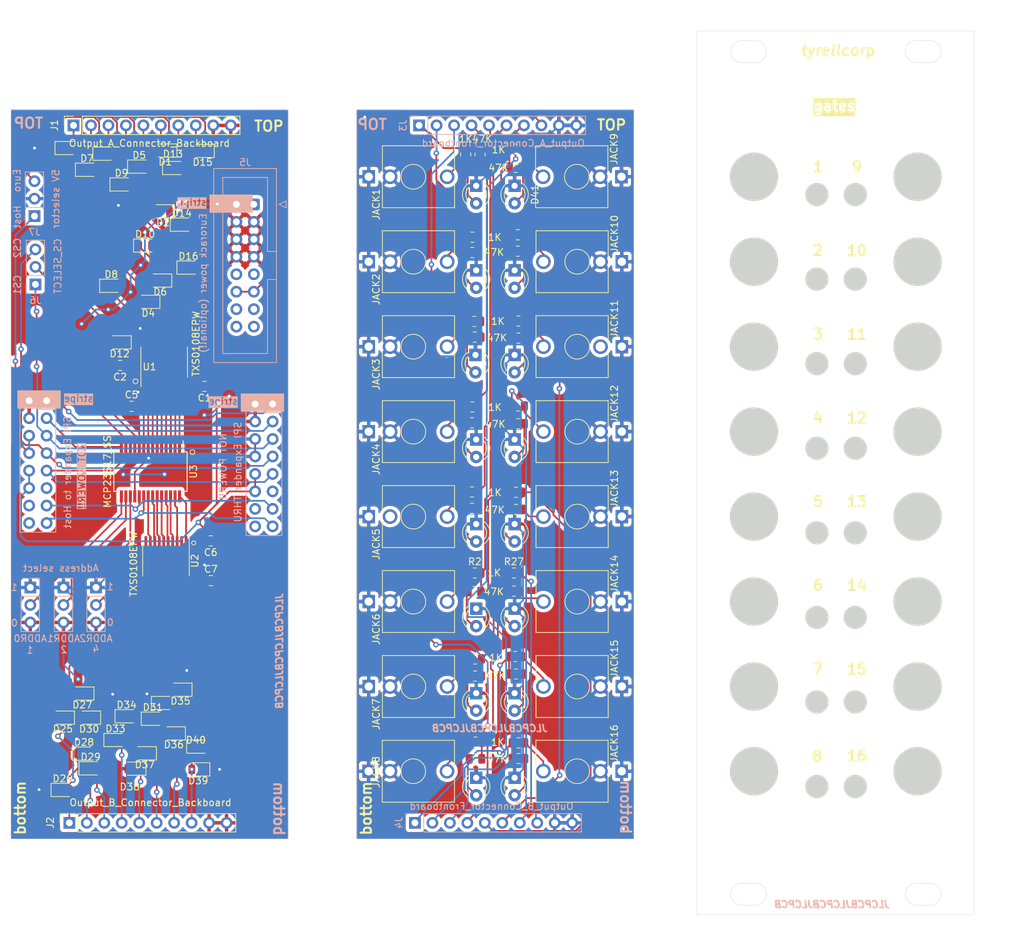
<source format=kicad_pcb>
(kicad_pcb (version 20221018) (generator pcbnew)
  (layers (0 "F.Cu" signal) (31 "B.Cu" signal) (34 "B.Paste" user) (35 "F.Paste" user) (36 "B.SilkS" user "B.Silkscreen") (37 "F.SilkS" user "F.Silkscreen") (38 "B.Mask" user) (39 "F.Mask" user) (44 "Edge.Cuts" user))
  (net 0 "")
  (net 1 "+5V from main")
  (net 7 "output_9_frontboard")
  (net 8 "output_9_backboard")
  (net 9 "output_8_frontboard")
  (net 10 "output_8_backboard")
  (net 11 "output_7_frontboard")
  (net 12 "output_7_backboard")
  (net 13 "output_6_frontboard")
  (net 14 "output_6_backboard")
  (net 15 "output_5_frontboard")
  (net 16 "output_5_backboard")
  (net 17 "output_4_frontboard")
  (net 18 "output_4_backboard")
  (net 19 "output_3_frontboard")
  (net 20 "output_3_backboard")
  (net 21 "output_2_frontboard")
  (net 22 "output_2_backboard")
  (net 23 "output_1_frontboard")
  (net 24 "output_1_backboard")
  (net 25 "output_16_frontboard")
  (net 26 "output_16_backboard")
  (net 27 "output_15_frontboard")
  (net 28 "output_15_backboard")
  (net 29 "output_14_frontboard")
  (net 30 "output_14_backboard")
  (net 31 "output_13_frontboard")
  (net 32 "output_13_backboard")
  (net 33 "output_12_frontboard")
  (net 34 "output_12_backboard")
  (net 35 "output_11_frontboard")
  (net 36 "output_11_backboard")
  (net 37 "output_10_frontboard")
  (net 38 "output_10_backboard")
  (net 39 "SCK")
  (net 42 "Net-(JACK9-Pad3)")
  (net 43 "Net-(JACK8-Pad3)")
  (net 44 "Net-(JACK7-Pad3)")
  (net 45 "Net-(JACK6-Pad3)")
  (net 46 "Net-(JACK5-Pad3)")
  (net 47 "Net-(JACK4-Pad3)")
  (net 48 "Net-(JACK3-Pad3)")
  (net 49 "Net-(JACK2-Pad3)")
  (net 50 "Net-(JACK16-Pad3)")
  (net 51 "Net-(JACK15-Pad3)")
  (net 52 "Net-(JACK14-Pad3)")
  (net 53 "Net-(JACK13-Pad3)")
  (net 54 "Net-(JACK12-Pad3)")
  (net 55 "Net-(JACK11-Pad3)")
  (net 56 "Net-(JACK10-Pad3)")
  (net 57 "Net-(JACK1-Pad3)")
  (net 58 "Net-(D48-A)")
  (net 59 "Net-(D47-A)")
  (net 60 "Net-(D46-A)")
  (net 61 "Net-(D45-A)")
  (net 62 "Net-(D44-A)")
  (net 63 "Net-(D43-A)")
  (net 64 "Net-(D42-A)")
  (net 65 "Net-(D41-A)")
  (net 66 "Net-(D24-A)")
  (net 67 "Net-(D23-A)")
  (net 68 "Net-(D22-A)")
  (net 69 "Net-(D21-A)")
  (net 70 "Net-(D20-A)")
  (net 71 "Net-(D19-A)")
  (net 72 "Net-(D18-A)")
  (net 73 "Net-(D17-A)")
  (net 74 "MOSI")
  (net 75 "MISO")
  (net 76 "INT_2")
  (net 77 "INT_1")
  (net 78 "GND")
  (net 79 "GATE_9")
  (net 80 "GATE_8")
  (net 81 "GATE_7")
  (net 82 "GATE_6")
  (net 83 "GATE_5")
  (net 84 "GATE_4")
  (net 85 "GATE_3")
  (net 86 "GATE_2")
  (net 87 "GATE_16")
  (net 88 "GATE_15")
  (net 89 "GATE_14")
  (net 90 "GATE_13")
  (net 91 "GATE_12")
  (net 92 "GATE_11")
  (net 93 "GATE_10")
  (net 94 "GATE_1")
  (net 95 "CS_INPUT")
  (net 96 "CS_2")
  (net 97 "CS_1")
  (net 98 "A2")
  (net 99 "A1")
  (net 100 "A0")
  (net 101 "+5V")
  (net 102 "+3V3")
  (net 108 "+5V from Eurorack")
  (footprint "Diode_SMD:D_0805_2012Metric" (layer "F.Cu") (at 161.8311 132.9933 180)
    (fp_text reference "D36")
    (fp_text value "BAT43")
  )
  (footprint "Diode_SMD:D_0805_2012Metric" (layer "F.Cu") (at 153.3475 133.9585)
    (fp_text reference "D33")
    (fp_text value "BAT43")
  )
  (footprint "Resistor_SMD:R_0805_2012Metric" (layer "F.Cu") (at 211.9376 136.652 180)
    (fp_text reference "R31" hide)
    (fp_text value "47K")
  )
  (footprint "Diode_SMD:D_0805_2012Metric" (layer "F.Cu") (at 154.9731 130.5041)
    (fp_text reference "D34")
    (fp_text value "BAT43")
  )
  (footprint "LED_THT:LED_D3.0mm" (layer "F.Cu") (at 205.7908 102.563056 -90)
    (fp_text reference "D19" hide)
    (fp_text value "LED")
  )
  (footprint "Capacitor_SMD:C_0805_2012Metric" (layer "F.Cu") (at 166.2863 82.5489 180)
    (fp_text reference "C1")
    (fp_text value "C_Small")
  )
  (footprint "Diode_SMD:D_0805_2012Metric" (layer "F.Cu") (at 160.5888 48.2589 180)
    (fp_text reference "D1")
    (fp_text value "BAT43")
  )
  (footprint "LED_THT:LED_D3.0mm" (layer "F.Cu") (at 211.3788 102.563056 -90)
    (fp_text reference "D45" hide)
    (fp_text value "LED")
  )
  (footprint "Capacitor_SMD:C_0805_2012Metric" (layer "F.Cu") (at 154.0231 79.5009 180)
    (fp_text reference "C2")
    (fp_text value "C_Small")
  )
  (footprint "Resistor_SMD:R_0805_2012Metric" (layer "F.Cu") (at 205.5387 112.3696)
    (fp_text reference "R1" hide)
    (fp_text value "47K")
  )
  (footprint "doctea:Thonkiconn Renumbered" (layer "F.Cu") (at 226.9676 113.828033 -90)
    (fp_text reference "JACK14")
    (fp_text value "~")
  )
  (footprint "LED_THT:LED_D3.0mm" (layer "F.Cu") (at 211.3788 90.268742 -90)
    (fp_text reference "D44" hide)
    (fp_text value "LED")
  )
  (footprint "Resistor_SMD:R_0805_2012Metric" (layer "F.Cu") (at 211.9376 75.5396 180)
    (fp_text reference "R21" hide)
    (fp_text value "47K")
  )
  (footprint "Diode_SMD:D_0805_2012Metric" (layer "F.Cu") (at 163.9647 65.2769)
    (fp_text reference "D16")
    (fp_text value "BAT43")
  )
  (footprint "Resistor_SMD:R_0805_2012Metric" (layer "F.Cu") (at 211.5839 100.4316 180)
    (fp_text reference "R26" hide)
    (fp_text value "1K")
  )
  (footprint "LED_THT:LED_D3.0mm" (layer "F.Cu") (at 205.7908 65.680114 -90)
    (fp_text reference "D20" hide)
    (fp_text value "LED")
  )
  (footprint "Diode_SMD:D_0805_2012Metric" (layer "F.Cu") (at 148.5446 127.2021 180)
    (fp_text reference "D27")
    (fp_text value "BAT43")
  )
  (footprint "Diode_SMD:D_0805_2012Metric" (layer "F.Cu") (at 165.3871 138.2257 180)
    (fp_text reference "D39")
    (fp_text value "BAT43")
  )
  (footprint "Resistor_SMD:R_0805_2012Metric" (layer "F.Cu") (at 205.1812 100.2792)
    (fp_text reference "R5" hide)
    (fp_text value "47K")
  )
  (footprint "Diode_SMD:D_0805_2012Metric" (layer "F.Cu") (at 149.2096 51.0529)
    (fp_text reference "D7")
    (fp_text value "BAT43")
  )
  (footprint "doctea:Thonkiconn Renumbered" (layer "F.Cu") (at 190.171933 126.17993 90)
    (fp_text reference "JACK7")
    (fp_text value "fuzzySI_thonkiconn")
  )
  (footprint "doctea:Thonkiconn Renumbered" (layer "F.Cu") (at 190.171933 64.421645 90)
    (fp_text reference "JACK2")
    (fp_text value "fuzzySI_thonkiconn")
  )
  (footprint "Diode_SMD:D_0805_2012Metric" (layer "F.Cu") (at 158.1227 70.2553 180)
    (fp_text reference "D4")
    (fp_text value "BAT43")
  )
  (footprint "Resistor_SMD:R_0805_2012Metric" (layer "F.Cu") (at 205.232 63.0936)
    (fp_text reference "R7" hide)
    (fp_text value "47K")
  )
  (footprint "Diode_SMD:D_0805_2012Metric" (layer "F.Cu") (at 153.9571 76.1481 180)
    (fp_text reference "D12")
    (fp_text value "BAT43")
  )
  (footprint "Resistor_SMD:R_0805_2012Metric" (layer "F.Cu") (at 204.2668 48.8169 90)
    (fp_text reference "R12" hide)
    (fp_text value "1K")
  )
  (footprint "LED_THT:LED_D3.0mm" (layer "F.Cu") (at 205.6892 77.974428 -90)
    (fp_text reference "D18" hide)
    (fp_text value "LED")
  )
  (footprint "Resistor_SMD:R_0805_2012Metric" (layer "F.Cu") (at 211.5801 124.3584 180)
    (fp_text reference "R29" hide)
    (fp_text value "47K")
  )
  (footprint "Diode_SMD:D_0805_2012Metric" (layer "F.Cu") (at 148.7755 135.9397)
    (fp_text reference "D28")
    (fp_text value "BAT43")
  )
  (footprint "Resistor_SMD:R_0805_2012Metric" (layer "F.Cu") (at 205.1831 97.8916)
    (fp_text reference "R6" hide)
    (fp_text value "1K")
  )
  (footprint "Package_SO:SSOP-28_5.3x10.2mm_P0.65mm" (layer "F.Cu") (at 158.4361 94.9373 -90)
    (fp_text reference "U3")
    (fp_text value "MCP23S17_SS")
  )
  (footprint "Diode_SMD:D_0805_2012Metric" (layer "F.Cu") (at 156.8019 50.5957)
    (fp_text reference "D5")
    (fp_text value "BAT43")
  )
  (footprint "Diode_SMD:D_0805_2012Metric" (layer "F.Cu") (at 152.7379 67.9185)
    (fp_text reference "D8")
    (fp_text value "BAT43")
  )
  (footprint "doctea:Thonkiconn Renumbered" (layer "F.Cu") (at 226.9676 76.772806 -90)
    (fp_text reference "JACK11")
    (fp_text value "fuzzySI_thonkiconn")
  )
  (footprint "LED_THT:LED_D3.0mm" (layer "F.Cu") (at 211.3788 114.85737 -90)
    (fp_text reference "D46" hide)
    (fp_text value "LED")
  )
  (footprint "Diode_SMD:D_0805_2012Metric" (layer "F.Cu") (at 160.2563 128.5737)
    (fp_text reference "D32" hide)
    (fp_text value "BAT43")
  )
  (footprint "Diode_SMD:D_0805_2012Metric" (layer "F.Cu") (at 159.8499 67.1565 180)
    (fp_text reference "D6")
    (fp_text value "BAT43")
  )
  (footprint "Resistor_SMD:R_0805_2012Metric" (layer "F.Cu") (at 205.5368 73.1012)
    (fp_text reference "R4" hide)
    (fp_text value "1K")
  )
  (footprint "Capacitor_SMD:C_0805_2012Metric" (layer "F.Cu") (at 167.2311 110.7937)
    (fp_text reference "C7")
    (fp_text value "C_Small")
  )
  (footprint "doctea:Thonkiconn Renumbered" (layer "F.Cu") (at 226.9676 64.421397 -90)
    (fp_text reference "JACK10")
    (fp_text value "fuzzySI_thonkiconn")
  )
  (footprint "doctea:Thonkiconn Renumbered" (layer "F.Cu") (at 226.9676 101.476624 -90)
    (fp_text reference "JACK13")
    (fp_text value "fuzzySI_thonkiconn")
  )
  (footprint "Resistor_SMD:R_0805_2012Metric" (layer "F.Cu") (at 206.3496 48.8188 90)
    (fp_text reference "R11" hide)
    (fp_text value "47K")
  )
  (footprint "Resistor_SMD:R_0805_2012Metric" (layer "F.Cu") (at 205.232 85.5472)
    (fp_text reference "R10" hide)
    (fp_text value "1K")
  )
  (footprint "Resistor_SMD:R_0805_2012Metric" (layer "F.Cu") (at 211.5293 50.6984 180)
    (fp_text reference "R17" hide)
    (fp_text value "47K")
  )
  (footprint "Package_SO:TSSOP-20_4.4x6.5mm_P0.65mm" (layer "F.Cu") (at 160.4301 79.026 90)
    (fp_text reference "U1")
    (fp_text value "TXS0108EPW")
  )
  (footprint "Resistor_SMD:R_0805_2012Metric" (layer "F.Cu") (at 211.2791 112.3188)
    (fp_text reference "R28" hide)
    (fp_text value "1K")
  )
  (footprint "LED_THT:LED_D3.0mm" (layer "F.Cu") (at 205.7908 53.3858 -90)
    (fp_text reference "D22" hide)
    (fp_text value "LED")
  )
  (footprint "LED_THT:LED_D3.0mm" (layer "F.Cu") (at 211.3788 139.446 -90)
    (fp_text reference "D48" hide)
    (fp_text value "LED")
  )
  (footprint "Diode_SMD:D_0805_2012Metric" (layer "F.Cu") (at 157.6655 62.0765)
    (fp_text reference "D10")
    (fp_text value "BAT43")
  )
  (footprint "doctea:Thonkiconn Renumbered" (layer "F.Cu") (at 190.1556 138.494851 90)
    (fp_text reference "JACK8")
    (fp_text value "fuzzySI_thonkiconn")
  )
  (footprint "Diode_SMD:D_0805_2012Metric" (layer "F.Cu") (at 154.2288 53.1865)
    (fp_text reference "D9")
    (fp_text value "BAT43")
  )
  (footprint "Resistor_SMD:R_0805_2012Metric" (layer "F.Cu") (at 211.9376 134.366 180)
    (fp_text reference "R32" hide)
    (fp_text value "1K")
  )
  (footprint "Diode_SMD:D_0805_2012Metric" (layer "F.Cu") (at 145.6767 141.2229)
    (fp_text reference "D26")
    (fp_text value "BAT43")
  )
  (footprint "LED_THT:LED_D3.0mm" (layer "F.Cu") (at 211.3788 127.151684 -90)
    (fp_text reference "D47" hide)
    (fp_text value "LED")
  )
  (footprint "doctea:Thonkiconn Renumbered" (layer "F.Cu") (at 190.171933 113.828273 90)
    (fp_text reference "JACK6")
    (fp_text value "fuzzySI_thonkiconn")
  )
  (footprint "doctea:Thonkiconn Renumbered" (layer "F.Cu") (at 226.9676 89.125215 -90)
    (fp_text reference "JACK12")
    (fp_text value "fuzzySI_thonkiconn")
  )
  (footprint "Diode_SMD:D_0805_2012Metric" (layer "F.Cu") (at 156.0907 138.1241 180)
    (fp_text reference "D38")
    (fp_text value "BAT43")
  )
  (footprint "Diode_SMD:D_0805_2012Metric" (layer "F.Cu") (at 146.2355 47.9033)
    (fp_text reference "D11" hide)
    (fp_text value "BAT43")
  )
  (footprint "Connector_PinSocket_2.54mm:PinSocket_1x10_P2.54mm_Vertical" (layer "F.Cu") (at 147.2515 44.6013 90)
    (fp_text reference "J1")
    (fp_text value "Output_A_Connector_Backboard")
  )
  (footprint "doctea:Thonkiconn Renumbered" (layer "F.Cu") (at 190.171933 89.124959 90)
    (fp_text reference "JACK4")
    (fp_text value "fuzzySI_thonkiconn")
  )
  (footprint "Resistor_SMD:R_0805_2012Metric" (layer "F.Cu") (at 211.5839 97.9424)
    (fp_text reference "R25" hide)
    (fp_text value "47K")
  )
  (footprint "Resistor_SMD:R_0805_2012Metric" (layer "F.Cu") (at 205.5895 109.6772)
    (fp_text reference "R2")
    (fp_text value "1K")
  )
  (footprint "Diode_SMD:D_0805_2012Metric" (layer "F.Cu") (at 162.7963 126.6433 180)
    (fp_text reference "D35")
    (fp_text value "BAT43")
  )
  (footprint "Diode_SMD:D_0805_2012Metric" (layer "F.Cu") (at 151.7396 48.7161)
    (fp_text reference "D3" hide)
    (fp_text value "BAT43")
  )
  (footprint "Resistor_SMD:R_0805_2012Metric" (layer "F.Cu") (at 205.6384 124.6632)
    (fp_text reference "R13" hide)
    (fp_text value "47K")
  )
  (footprint "doctea:Thonkiconn Renumbered" (layer "F.Cu") (at 190.171933 101.476616 90)
    (fp_text reference "JACK5")
    (fp_text value "fuzzySI_thonkiconn")
  )
  (footprint "doctea:Thonkiconn Renumbered" (layer "F.Cu") (at 226.9124 52.069988 -90)
    (fp_text reference "JACK9")
    (fp_text value "fuzzySI_thonkiconn")
  )
  (footprint "doctea:Thonkiconn Renumbered" (layer "F.Cu") (at 190.1716 52.069988 90)
    (fp_text reference "JACK1")
    (fp_text value "~")
  )
  (footprint "doctea:Thonkiconn Renumbered" (layer "F.Cu") (at 226.9676 126.179442 -90)
    (fp_text reference "JACK15")
    (fp_text value "fuzzySI_thonkiconn")
  )
  (footprint "Diode_SMD:D_0805_2012Metric" (layer "F.Cu") (at 160.2563 57.0981 180)
    (fp_text reference "D2")
    (fp_text value "BAT43")
  )
  (footprint "Resistor_SMD:R_0805_2012Metric" (layer "F.Cu") (at 211.836 62.8904 180)
    (fp_text reference "R19" hide)
    (fp_text value "47K")
  )
  (footprint "Diode_SMD:D_0805_2012Metric" (layer "F.Cu") (at 166.0244 48.3097 180)
    (fp_text reference "D15")
    (fp_text value "BAT43")
  )
  (footprint "Resistor_SMD:R_0805_2012Metric" (layer "F.Cu") (at 205.6911 136.7028)
    (fp_text reference "R15" hide)
    (fp_text value "47K")
  )
  (footprint "Resistor_SMD:R_0805_2012Metric" (layer "F.Cu") (at 211.9414 73.0504 180)
    (fp_text reference "R22" hide)
    (fp_text value "1K")
  )
  (footprint "LED_THT:LED_D3.0mm" (layer "F.Cu") (at 211.3788 65.680114 -90)
    (fp_text reference "D42" hide)
    (fp_text value "LED")
  )
  (footprint "Diode_SMD:D_0805_2012Metric" (layer "F.Cu") (at 165.3871 134.9237)
    (fp_text reference "D40")
    (fp_text value "BAT43")
  )
  (footprint "Resistor_SMD:R_0805_2012Metric" (layer "F.Cu") (at 205.232 60.8584)
    (fp_text reference "R8" hide)
    (fp_text value "1K")
  )
  (footprint "Diode_SMD:D_0805_2012Metric" (layer "F.Cu") (at 157.6147 135.8889 180)
    (fp_text reference "D37")
    (fp_text value "BAT43")
  )
  (footprint "Diode_SMD:D_0805_2012Metric" (layer "F.Cu") (at 149.7407 138.0733)
    (fp_text reference "D29")
    (fp_text value "BAT43")
  )
  (footprint "doctea:Thonkiconn Renumbered" (layer "F.Cu") (at 226.951267 138.494851 -90)
    (fp_text reference "JACK16")
    (fp_text value "fuzzySI_thonkiconn")
  )
  (footprint "Resistor_SMD:R_0805_2012Metric" (layer "F.Cu") (at 211.8868 85.3948 180)
    (fp_text reference "R24" hide)
    (fp_text value "1K")
  )
  (footprint "LED_THT:LED_D3.0mm" (layer "F.Cu") (at 205.7908 139.446 -90)
    (fp_text reference "D24" hide)
    (fp_text value "LED")
  )
  (footprint "Resistor_SMD:R_0805_2012Metric" (layer "F.Cu") (at 211.8341 60.5028 180)
    (fp_text reference "R20" hide)
    (fp_text value "1K" hide)
  )
  (footprint "Resistor_SMD:R_0805_2012Metric" (layer "F.Cu") (at 211.4823 121.8184 180)
    (fp_text reference "R30" hide)
    (fp_text value "1K")
  )
  (footprint "Resistor_SMD:R_0805_2012Metric" (layer "F.Cu") (at 205.6911 134.2644)
    (fp_text reference "R16" hide)
    (fp_text value "1K")
  )
  (footprint "doctea:Thonkiconn Renumbered" (layer "F.Cu") (at 190.171933 76.773302 90)
    (fp_text reference "JACK3")
    (fp_text value "fuzzySI_thonkiconn")
  )
  (footprint "Resistor_SMD:R_0805_2012Metric" (layer "F.Cu") (at 205.6403 122.174)
    (fp_text reference "R14" hide)
    (fp_text value "1K")
  )
  (footprint "Diode_SMD:D_0805_2012Metric" (layer "F.Cu") (at 162.9995 59.0285)
    (fp_text reference "D14")
    (fp_text value "BAT43")
  )
  (footprint "Diode_SMD:D_0805_2012Metric" (layer "F.Cu") (at 161.8819 50.7989)
    (fp_text reference "D13")
    (fp_text value "BAT43")
  )
  (footprint "Capacitor_SMD:C_0805_2012Metric" (layer "F.Cu") (at 167.2007 105.0025 180)
    (fp_text reference "C6")
    (fp_text value "C_Small")
  )
  (footprint "Resistor_SMD:R_0805_2012Metric" (layer "F.Cu") (at 211.2791 109.6772)
    (fp_text reference "R27")
    (fp_text value "47K")
  )
  (footprint "Capacitor_SMD:C_0805_2012Metric" (layer "F.Cu") (at 155.6843 85.4445)
    (fp_text reference "C5")
    (fp_text value "C_Small")
  )
  (footprint "Resistor_SMD:R_0805_2012Metric" (layer "F.Cu") (at 211.5293 48.0568 180)
    (fp_text reference "R18" hide)
    (fp_text value "1K")
  )
  (footprint "LED_THT:LED_D3.0mm" (layer "F.Cu") (at 205.7908 127.151684 -90)
    (fp_text reference "D23" hide)
    (fp_text value "LED")
  )
  (footprint "Package_SO:TSSOP-20_4.4x6.5mm_P0.65mm" (layer "F.Cu") (at 160.6921 107.9158 -90)
    (fp_text reference "U2")
    (fp_text value "TXS0108EPW")
  )
  (footprint "LED_THT:LED_D3.0mm" (layer "F.Cu") (at 205.7908 90.268742 -90)
    (fp_text reference "D21" hide)
    (fp_text value "LED")
  )
  (footprint "Connector_PinSocket_2.54mm:PinSocket_1x10_P2.54mm_Vertical" (layer "F.Cu") (at 146.6419 145.9981 90)
    (fp_text reference "J2")
    (fp_text value "Output_B_Connector_Backboard")
  )
  (footprint "LED_THT:LED_D3.0mm" (layer "F.Cu") (at 211.3788 77.974428 -90)
    (fp_text reference "D43" hide)
    (fp_text value "LED")
  )
  (footprint "Resistor_SMD:R_0805_2012Metric" (layer "F.Cu") (at 205.1793 87.8332)
    (fp_text reference "R9" hide)
    (fp_text value "47K")
  )
  (footprint "LED_THT:LED_D3.0mm" (layer "F.Cu") (at 205.7908 114.85737 -90)
    (fp_text reference "D17" hide)
    (fp_text value "LED")
  )
  (footprint "Diode_SMD:D_0805_2012Metric" (layer "F.Cu") (at 145.7044 130.7073 180)
    (fp_text reference "D25")
    (fp_text value "BAT43")
  )
  (footprint "LED_THT:LED_D3.0mm" (layer "F.Cu") (at 211.3788 53.3858 -90)
    (fp_text reference "D41")
    (fp_text value "LED")
  )
  (footprint "Resistor_SMD:R_0805_2012Metric" (layer "F.Cu") (at 211.8849 87.9856 180)
    (fp_text reference "R23" hide)
    (fp_text value "47K")
  )
  (footprint "Diode_SMD:D_0805_2012Metric" (layer "F.Cu") (at 149.5144 130.7073 180)
    (fp_text reference "D30")
    (fp_text value "BAT43")
  )
  (footprint "Resistor_SMD:R_0805_2012Metric" (layer "F.Cu") (at 205.5876 75.3872)
    (fp_text reference "R3" hide)
    (fp_text value "47K")
  )
  (footprint "Diode_SMD:D_0805_2012Metric" (layer "F.Cu") (at 158.7831 130.8597)
    (fp_text reference "D31")
    (fp_text value "BAT43")
  )
  (footprint "Connector_PinHeader_2.54mm:PinHeader_1x10_P2.54mm_Vertical" (layer "B.Cu") (at 196.8866 145.9984 -90)
    (fp_text reference "J4")
    (fp_text value "Output_B_Connector_Frontboard")
  )
  (footprint "Connector_PinHeader_2.54mm:PinHeader_1x03_P2.54mm_Vertical" (layer "B.Cu") (at 140.97 111.7854 180)
    (fp_text reference "J16" hide)
    (fp_text value "ADDR0")
  )
  (footprint "Connector_PinHeader_2.54mm:PinHeader_2x08_P2.54mm_Vertical" (layer "B.Cu") (at 143.3399 84.6317 180)
    (fp_text reference "SPI Expander to Host")
    (fp_text value "16 pin header")
  )
  (footprint "Connector_PinHeader_2.54mm:PinHeader_1x03_P2.54mm_Vertical" (layer "B.Cu") (at 150.5204 111.7854 180)
    (fp_text reference "J18" hide)
    (fp_text value "ADDR2")
  )
  (footprint "Connector_PinHeader_2.54mm:PinHeader_1x03_P2.54mm_Vertical" (layer "B.Cu") (at 141.7143 67.7153)
    (fp_text reference "J6")
    (fp_text value "CS_SELECT")
  )
  (footprint "Connector_PinHeader_2.54mm:PinHeader_1x03_P2.54mm_Vertical" (layer "B.Cu") (at 141.5796 57.7954)
    (fp_text reference "J7")
    (fp_text value "5V selector")
  )
  (footprint "Connector_PinHeader_2.54mm:PinHeader_1x10_P2.54mm_Vertical" (layer "B.Cu") (at 197.4965 44.6013 -90)
    (fp_text reference "J3")
    (fp_text value "Output_A_Connector_Frontboard")
  )
  (footprint "Connector_PinHeader_2.54mm:PinHeader_1x03_P2.54mm_Vertical" (layer "B.Cu") (at 145.796 111.7854 180)
    (fp_text reference "J17" hide)
    (fp_text value "ADDR1")
  )
  (footprint "Connector_IDC:IDC-Header_2x08_P2.54mm_Vertical" (layer "B.Cu") (at 173.468016 56.0832 180)
    (fp_text reference "J5")
    (fp_text value "Eurorack power")
  )
  (footprint "Connector_PinHeader_2.54mm:PinHeader_2x08_P2.54mm_Vertical" (layer "B.Cu") (at 176.1998 85.1154 180)
    (fp_text reference "SPI Expander THRU")
    (fp_text value "NOT POWER!!")
  )
  (gr_rect (start 171.6278 83.6422) (end 177.8092 86.1822) (stroke (width 0.12)) (fill solid) (layer "B.SilkS"))
  (gr_rect (start 139.1574 83.185) (end 145.3388 85.725) (stroke (width 0.12)) (fill solid) (layer "B.SilkS"))
  (gr_rect (start 167.0893 54.7116) (end 173.2707 57.2516) (stroke (width 0.12)) (fill solid) (layer "B.SilkS"))
  (gr_circle (center 164.5412 92.1004) (end 164.7952 92.329) (stroke (width 0.12)) (fill none) (layer "F.SilkS"))
  (gr_circle (center 156.2608 81.8134) (end 156.5656 81.9912) (stroke (width 0.12)) (fill none) (layer "F.SilkS"))
  (gr_circle (center 164.719 105.3084) (end 164.973 105.4608) (stroke (width 0.12)) (fill none) (layer "F.SilkS"))
  (gr_circle (center 246.1806 76.772844) (end 249.6806 76.772844) (stroke (width 0.05)) (fill solid) (layer "Edge.Cuts"))
  (gr_circle (center 255.320197 91.5388) (end 256.9912 91.5388) (stroke (width 0.05)) (fill solid) (layer "Edge.Cuts"))
  (gr_line (start 271.7808 32.2728) (end 269.7808 32.2728) (stroke (width 0.05)) (layer "Edge.Cuts"))
  (gr_circle (center 269.961 113.828128) (end 273.461 113.828128) (stroke (width 0.05)) (fill solid) (layer "Edge.Cuts"))
  (gr_circle (center 246.1806 64.421416) (end 249.6806 64.421416) (stroke (width 0.05)) (fill solid) (layer "Edge.Cuts"))
  (gr_line (start 188.40498 42.3153) (end 188.40498 148.3349) (stroke (width 0.05)) (layer "Edge.Cuts"))
  (gr_arc (start 244.3808 35.4728) (mid 242.7808 33.8728) (end 244.3808 32.2728) (stroke (width 0.05)) (layer "Edge.Cuts"))
  (gr_line (start 237.8808 159.3728) (end 278.1808 159.3728) (stroke (width 0.05)) (layer "Edge.Cuts"))
  (gr_line (start 178.4604 42.3164) (end 138.1604 42.3142) (stroke (width 0.05)) (layer "Edge.Cuts"))
  (gr_line (start 188.40498 42.3153) (end 228.70498 42.3153) (stroke (width 0.05)) (layer "Edge.Cuts"))
  (gr_line (start 246.3808 154.7728) (end 244.3808 154.7728) (stroke (width 0.05)) (layer "Edge.Cuts"))
  (gr_circle (center 246.1806 113.828128) (end 249.6806 113.828128) (stroke (width 0.05)) (fill solid) (layer "Edge.Cuts"))
  (gr_line (start 278.1808 159.3728) (end 278.1808 30.8728) (stroke (width 0.05)) (layer "Edge.Cuts"))
  (gr_circle (center 269.961 101.4767) (end 273.461 101.4767) (stroke (width 0.05)) (fill solid) (layer "Edge.Cuts"))
  (gr_arc (start 246.3808 32.2728) (mid 247.9808 33.8728) (end 246.3808 35.4728) (stroke (width 0.05)) (layer "Edge.Cuts"))
  (gr_circle (center 246.1806 52.069988) (end 249.6806 52.069988) (stroke (width 0.05)) (fill solid) (layer "Edge.Cuts"))
  (gr_circle (center 255.320197 103.8328) (end 256.9912 103.8328) (stroke (width 0.05)) (fill solid) (layer "Edge.Cuts"))
  (gr_circle (center 269.961 64.421416) (end 273.461 64.421416) (stroke (width 0.05)) (fill solid) (layer "Edge.Cuts"))
  (gr_circle (center 246.1806 138.494988) (end 249.6806 138.494988) (stroke (width 0.05)) (fill solid) (layer "Edge.Cuts"))
  (gr_circle (center 260.908003 91.539) (end 259.237 91.539) (stroke (width 0.05)) (fill solid) (layer "Edge.Cuts"))
  (gr_circle (center 255.320197 66.9548) (end 256.9912 66.9548) (stroke (width 0.05)) (fill solid) (layer "Edge.Cuts"))
  (gr_arc (start 271.7808 154.7728) (mid 273.3808 156.3728) (end 271.7808 157.9728) (stroke (width 0.05)) (layer "Edge.Cuts"))
  (gr_circle (center 246.1806 126.179556) (end 249.6806 126.179556) (stroke (width 0.05)) (fill solid) (layer "Edge.Cuts"))
  (gr_line (start 138.1604 42.3142) (end 138.1604 148.336) (stroke (width 0.05)) (layer "Edge.Cuts"))
  (gr_circle (center 255.320197 54.6608) (end 256.9912 54.6608) (stroke (width 0.05)) (fill solid) (layer "Edge.Cuts"))
  (gr_arc (start 244.3808 157.9728) (mid 242.7808 156.3728) (end 244.3808 154.7728) (stroke (width 0.05)) (layer "Edge.Cuts"))
  (gr_circle (center 269.961 52.069988) (end 273.461 52.069988) (stroke (width 0.05)) (fill solid) (layer "Edge.Cuts"))
  (gr_line (start 269.7808 157.9728) (end 271.7808 157.9728) (stroke (width 0.05)) (layer "Edge.Cuts"))
  (gr_line (start 278.1808 30.8728) (end 237.8808 30.8728) (stroke (width 0.05)) (layer "Edge.Cuts"))
  (gr_arc (start 269.7808 35.4728) (mid 268.1808 33.8728) (end 269.7808 32.2728) (stroke (width 0.05)) (layer "Edge.Cuts"))
  (gr_circle (center 269.961 126.179556) (end 273.461 126.179556) (stroke (width 0.05)) (fill solid) (layer "Edge.Cuts"))
  (gr_circle (center 246.1806 89.125272) (end 249.6806 89.125272) (stroke (width 0.05)) (fill solid) (layer "Edge.Cuts"))
  (gr_line (start 244.3808 35.4728) (end 246.3808 35.4728) (stroke (width 0.05)) (layer "Edge.Cuts"))
  (gr_circle (center 260.908003 103.833) (end 259.237 103.833) (stroke (width 0.05)) (fill solid) (layer "Edge.Cuts"))
  (gr_circle (center 255.320197 116.1328) (end 256.9912 116.1328) (stroke (width 0.05)) (fill solid) (layer "Edge.Cuts"))
  (gr_circle (center 246.1806 101.4767) (end 249.6806 101.4767) (stroke (width 0.05)) (fill solid) (layer "Edge.Cuts"))
  (gr_line (start 246.3808 32.2728) (end 244.3808 32.2728) (stroke (width 0.05)) (layer "Edge.Cuts"))
  (gr_circle (center 255.320197 140.7158) (end 256.9912 140.7158) (stroke (width 0.05)) (fill solid) (layer "Edge.Cuts"))
  (gr_arc (start 271.7808 32.2728) (mid 273.3808 33.8728) (end 271.7808 35.4728) (stroke (width 0.05)) (layer "Edge.Cuts"))
  (gr_circle (center 260.908003 54.661) (end 259.237 54.661) (stroke (width 0.05)) (fill solid) (layer "Edge.Cuts"))
  (gr_circle (center 269.961 89.125272) (end 273.461 89.125272) (stroke (width 0.05)) (fill solid) (layer "Edge.Cuts"))
  (gr_line (start 244.3808 157.9728) (end 246.3808 157.9728) (stroke (width 0.05)) (layer "Edge.Cuts"))
  (gr_circle (center 269.961 138.494988) (end 273.461 138.494988) (stroke (width 0.05)) (fill solid) (layer "Edge.Cuts"))
  (gr_circle (center 260.908003 116.133) (end 259.237 116.133) (stroke (width 0.05)) (fill solid) (layer "Edge.Cuts"))
  (gr_circle (center 260.908003 66.955) (end 259.237 66.955) (stroke (width 0.05)) (fill solid) (layer "Edge.Cuts"))
  (gr_line (start 271.7808 154.7728) (end 269.7808 154.7728) (stroke (width 0.05)) (layer "Edge.Cuts"))
  (gr_circle (center 260.908003 128.427) (end 259.237 128.427) (stroke (width 0.05)) (fill solid) (layer "Edge.Cuts"))
  (gr_line (start 237.8808 30.8728) (end 237.8808 159.3728) (stroke (width 0.05)) (layer "Edge.Cuts"))
  (gr_circle (center 269.961 76.772844) (end 273.461 76.772844) (stroke (width 0.05)) (fill solid) (layer "Edge.Cuts"))
  (gr_line (start 188.40498 148.3349) (end 228.70498 148.3371) (stroke (width 0.05)) (layer "Edge.Cuts"))
  (gr_circle (center 260.908003 79.245) (end 259.237 79.245) (stroke (width 0.05)) (fill solid) (layer "Edge.Cuts"))
  (gr_arc (start 246.3808 154.7728) (mid 247.9808 156.3728) (end 246.3808 157.9728) (stroke (width 0.05)) (layer "Edge.Cuts"))
  (gr_line (start 228.70498 148.3371) (end 228.70498 42.3153) (stroke (width 0.05)) (layer "Edge.Cuts"))
  (gr_circle (center 255.320197 79.2448) (end 256.9912 79.2448) (stroke (width 0.05)) (fill solid) (layer "Edge.Cuts"))
  (gr_line (start 269.7808 35.4728) (end 271.7808 35.4728) (stroke (width 0.05)) (layer "Edge.Cuts"))
  (gr_circle (center 255.320197 128.4268) (end 256.9912 128.4268) (stroke (width 0.05)) (fill solid) (layer "Edge.Cuts"))
  (gr_line (start 178.4604 148.336) (end 138.1604 148.336) (stroke (width 0.05)) (layer "Edge.Cuts"))
  (gr_line (start 178.4604 148.336) (end 178.4604 42.3164) (stroke (width 0.05)) (layer "Edge.Cuts"))
  (gr_arc (start 269.7808 157.9728) (mid 268.1808 156.3728) (end 269.7808 154.7728) (stroke (width 0.05)) (layer "Edge.Cuts"))
  (gr_circle (center 260.908003 140.716) (end 259.237 140.716) (stroke (width 0.05)) (fill solid) (layer "Edge.Cuts"))
  (gr_text "2" (at 145.8468 120.8278) (layer "B.SilkS") (effects (font (size 1 1)) (justify mirror)))
  (gr_text "JLCPCBJLCPCBJLCPCB" (at 216.3064 132.842) (layer "B.SilkS") (effects (font (size 1 1) (thickness 0.25) bold italic) (justify left bottom mirror)))
  (gr_text "stripe" (at 166.6829 56.3626) (layer "B.SilkS" knockout) (effects (font (size 1 1)) (justify left bottom mirror)))
  (gr_text "JLCPCBJLCPCBJLCPCB" (at 177.7746 112.4712 90) (layer "B.SilkS") (effects (font (size 1 1) (thickness 0.25) bold italic) (justify left bottom mirror)))
  (gr_text "1" (at 138.6332 111.76) (layer "B.SilkS") (effects (font (size 1 1)) (justify mirror)))
  (gr_text "bottom" (at 226.6442 147.8026 -90) (layer "B.SilkS") (effects (font (size 1.5 1.5) (thickness 0.3) bold) (justify left bottom mirror)))
  (gr_text "bottom" (at 176.2252 148.0312 -90) (layer "B.SilkS") (effects (font (size 1.5 1.5) (thickness 0.3) bold) (justify left bottom mirror)))
  (gr_text "1" (at 152.5778 111.6838) (layer "B.SilkS") (effects (font (size 1 1)) (justify mirror)))
  (gr_text "0\n" (at 138.6586 116.9416) (layer "B.SilkS") (effects (font (size 1 1)) (justify mirror)))
  (gr_text "0\n" (at 152.6032 116.8654) (layer "B.SilkS") (effects (font (size 1 1)) (justify mirror)))
  (gr_text "stripe" (at 171.2214 85.2932) (layer "B.SilkS" knockout) (effects (font (size 1 1)) (justify left bottom mirror)))
  (gr_text "Eurorack power (optional!)" (at 166.0906 67.5386 90) (layer "B.SilkS") (effects (font (size 1 1)) (justify mirror)))
  (gr_text "Euro" (at 139.0396 52.6288 90) (layer "B.SilkS") (effects (font (size 1 1)) (justify mirror)))
  (gr_text "Output_A_Connector_Frontboard" (at 209.7278 47.1932) (layer "B.SilkS") (effects (font (size 1 1)) (justify mirror)))
  (gr_text "stripe" (at 150.1983 84.8868) (layer "B.SilkS" knockout) (effects (font (size 1 1)) (justify left bottom mirror)))
  (gr_text "TOP" (at 143.002 45.1612) (layer "B.SilkS") (effects (font (size 1.5 1.5) (thickness 0.3) bold) (justify left bottom mirror)))
  (gr_text "Output_B_Connector_Frontboard" (at 208.026 143.5862) (layer "B.SilkS") (effects (font (size 1 1)) (justify mirror)))
  (gr_text "Address select" (at 145.415 108.966) (layer "B.SilkS") (effects (font (size 1 1)) (justify mirror)))
  (gr_text "CS1" (at 139.0904 67.818 90) (layer "B.SilkS") (effects (font (size 1 1)) (justify mirror)))
  (gr_text "JLCPCBJLCPCBJLCPCB" (at 266.065 158.4452) (layer "B.SilkS") (effects (font (size 1 1) (thickness 0.25) bold italic) (justify left bottom mirror)))
  (gr_text "TOP" (at 192.9638 45.339) (layer "B.SilkS") (effects (font (size 1.5 1.5) (thickness 0.3) bold) (justify left bottom mirror)))
  (gr_text "CS2" (at 139.0904 62.4332 90) (layer "B.SilkS") (effects (font (size 1 1)) (justify mirror)))
  (gr_text "Host" (at 139.065 57.912 90) (layer "B.SilkS") (effects (font (size 1 1)) (justify mirror)))
  (gr_text "4" (at 150.495 120.7262) (layer "B.SilkS") (effects (font (size 1 1)) (justify mirror)))
  (gr_text "NOT POWER!!" (at 148.463 95.5548 90) (layer "B.SilkS" knockout) (effects (font (size 1 1)) (justify mirror)))
  (gr_text "1" (at 140.8938 120.8786) (layer "B.SilkS") (effects (font (size 1 1)) (justify mirror)))
  (gr_text "9" (at 260.223 51.5112) (layer "F.SilkS") (effects (font (size 1.5 1.5) (thickness 0.3) bold) (justify left bottom)))
  (gr_text "12" (at 259.508714 88.023699) (layer "F.SilkS") (effects (font (size 1.5 1.5) (thickness 0.3) bold) (justify left bottom)))
  (gr_text "13" (at 259.508714 100.194532) (layer "F.SilkS") (effects (font (size 1.5 1.5) (thickness 0.3) bold) (justify left bottom)))
  (gr_text "gates" (at 254.635 42.6466) (layer "F.SilkS" knockout) (effects (font (size 1.5 1.5) (thickness 0.3) bold) (justify left bottom)))
  (gr_text "6" (at 254.5588 112.339965) (layer "F.SilkS") (effects (font (size 1.5 1.5) (thickness 0.3) bold) (justify left bottom)))
  (gr_text "2" (at 254.5588 63.656633) (layer "F.SilkS") (effects (font (size 1.5 1.5) (thickness 0.3) bold) (justify left bottom)))
  (gr_text "15" (at 259.508714 124.5362) (layer "F.SilkS") (effects (font (size 1.5 1.5) (thickness 0.3) bold) (justify left bottom)))
  (gr_text "5" (at 254.5588 100.169132) (layer "F.SilkS") (effects (font (size 1.5 1.5) (thickness 0.3) bold) (justify left bottom)))
  (gr_text "3\n" (at 254.5588 75.827466) (layer "F.SilkS") (effects (font (size 1.5 1.5) (thickness 0.3) bold) (justify left bottom)))
  (gr_text "16" (at 259.508714 137.1346) (layer "F.SilkS") (effects (font (size 1.5 1.5) (thickness 0.3) bold) (justify left bottom)))
  (gr_text "1" (at 254.5588 51.4858) (layer "F.SilkS") (effects (font (size 1.5 1.5) (thickness 0.3) bold) (justify left bottom)))
  (gr_text "7" (at 254.5588 124.5108) (layer "F.SilkS") (effects (font (size 1.5 1.5) (thickness 0.3) bold) (justify left bottom)))
  (gr_text "10" (at 259.508714 63.682033) (layer "F.SilkS") (effects (font (size 1.5 1.5) (thickness 0.3) bold) (justify left bottom)))
  (gr_text "bottom" (at 190.6778 147.9804 90) (layer "F.SilkS") (effects (font (size 1.5 1.5) (thickness 0.3) bold) (justify left bottom)))
  (gr_text "TOP" (at 223.1644 45.4152) (layer "F.SilkS") (effects (font (size 1.5 1.5) (thickness 0.3) bold) (justify left bottom)))
  (gr_text "11" (at 259.508714 75.852866) (layer "F.SilkS") (effects (font (size 1.5 1.5) (thickness 0.3) bold) (justify left bottom)))
  (gr_text "8" (at 254.4572 137.1854) (layer "F.SilkS") (effects (font (size 1.5 1.5) (thickness 0.3) bold) (justify left bottom)))
  (gr_text "4" (at 254.5588 87.998299) (layer "F.SilkS") (effects (font (size 1.5 1.5) (thickness 0.3) bold) (justify left bottom)))
  (gr_text "tyrellcorp" (at 252.8316 34.5948) (layer "F.SilkS") (effects (font (size 1.5 1.5) (thickness 0.3) bold italic) (justify left bottom)))
  (gr_text "TOP" (at 173.355 45.593) (layer "F.SilkS") (effects (font (size 1.5 1.5) (thickness 0.3) bold) (justify left bottom)))
  (gr_text "bottom" (at 140.3858 147.9296 90) (layer "F.SilkS") (effects (font (size 1.5 1.5) (thickness 0.3) bold) (justify left bottom)))
  (gr_text "14" (at 259.508714 112.365365) (layer "F.SilkS") (effects (font (size 1.5 1.5) (thickness 0.3) bold) (justify left bottom)))
  (segment (start 138.811 90.2628) (end 140.7999 92.2517) (width 0.25) (layer "F.Cu") (net 1))
  (segment (start 138.811 78.8924) (end 138.811 90.2628) (width 0.25) (layer "F.Cu") (net 1))
  (via (at 138.811 78.8924) (size 0.8) (drill 0.4) (layers "F.Cu" "B.Cu") (net 1))
  (segment (start 141.5796 57.7954) (end 138.811 60.564) (width 0.25) (layer "B.Cu") (net 1))
  (segment (start 138.811 60.564) (end 138.811 78.8924) (width 0.25) (layer "B.Cu") (net 1))
  (segment (start 140.7999 89.7117) (end 140.7999 92.2517) (width 0.25) (layer "B.Cu") (net 1))
  (segment (start 213.406173 110.891773) (end 213.777801 110.891773) (width 0.25) (layer "F.Cu") (net 7))
  (segment (start 212.1916 109.6772) (end 212.1916 112.3188) (width 0.25) (layer "F.Cu") (net 7))
  (segment (start 212.1916 109.6772) (end 213.406173 110.891773) (width 0.25) (layer "F.Cu") (net 7))
  (via (at 213.777801 110.891773) (size 0.8) (drill 0.4) (layers "F.Cu" "B.Cu") (net 7))
  (segment (start 214.4776 145.9484) (end 214.4776 144.746319) (width 0.25) (layer "B.Cu") (net 7))
  (segment (start 214.4776 144.746319) (end 213.777801 144.04652) (width 0.25) (layer "B.Cu") (net 7))
  (segment (start 213.777801 144.04652) (end 213.777801 110.891773) (width 0.25) (layer "B.Cu") (net 7))
  (segment (start 164.4496 134.9237) (end 164.4496 130.3009) (width 0.25) (layer "F.Cu") (net 8))
  (segment (start 162.9213 112.162641) (end 163.6171 111.466841) (width 0.25) (layer "F.Cu") (net 8))
  (segment (start 163.6171 111.466841) (end 163.6171 110.7783) (width 0.25) (layer "F.Cu") (net 8))
  (segment (start 164.4496 138.2257) (end 164.4496 134.9237) (width 0.25) (layer "F.Cu") (net 8))
  (segment (start 164.4496 130.3009) (end 162.9213 128.7726) (width 0.25) (layer "F.Cu") (net 8))
  (segment (start 162.9213 128.7726) (end 162.9213 112.162641) (width 0.25) (layer "F.Cu") (net 8))
  (via (at 164.4496 138.2257) (size 0.8) (drill 0.4) (layers "F.Cu" "B.Cu") (net 8))
  (segment (start 164.4219 138.2534) (end 164.4496 138.2257) (width 0.25) (layer "B.Cu") (net 8))
  (segment (start 164.4219 145.9981) (end 164.4219 138.2534) (width 0.25) (layer "B.Cu") (net 8))
  (segment (start 194.8688 115.0112) (end 199.9488 120.0912) (width 0.25) (layer "F.Cu") (net 9))
  (segment (start 194.8688 43.875902) (end 194.8688 115.0112) (width 0.25) (layer "F.Cu") (net 9))
  (segment (start 206.6036 132.7404) (end 206.6036 134.2644) (width 0.25) (layer "F.Cu") (net 9))
  (segment (start 213.4694 42.527388) (end 196.217314 42.527388) (width 0.25) (layer "F.Cu") (net 9))
  (segment (start 206.6036 134.2644) (end 206.6036 136.7028) (width 0.25) (layer "F.Cu") (net 9))
  (segment (start 196.217314 42.527388) (end 194.8688 43.875902) (width 0.25) (layer "F.Cu") (net 9))
  (segment (start 215.5444 44.602388) (end 213.4694 42.527388) (width 0.25) (layer "F.Cu") (net 9))
  (segment (start 207.4672 131.8768) (end 206.6036 132.7404) (width 0.25) (layer "F.Cu") (net 9))
  (via (at 207.4672 131.8768) (size 0.8) (drill 0.4) (layers "F.Cu" "B.Cu") (net 9))
  (via (at 199.9488 120.0912) (size 0.8) (drill 0.4) (layers "F.Cu" "B.Cu") (net 9))
  (segment (start 207.4672 122.6312) (end 204.9272 120.0912) (width 0.25) (layer "B.Cu") (net 9))
  (segment (start 207.4672 131.8768) (end 207.4672 122.6312) (width 0.25) (layer "B.Cu") (net 9))
  (segment (start 204.9272 120.0912) (end 199.9488 120.0912) (width 0.25) (layer "B.Cu") (net 9))
  (segment (start 165.0823 53.4405) (end 165.0823 48.3143) (width 0.25) (layer "F.Cu") (net 10))
  (segment (start 165.0823 53.4405) (end 163.0272 55.4956) (width 0.25) (layer "F.Cu") (net 10))
  (segment (start 162.7051 65.599) (end 162.7051 76.1635) (width 0.25) (layer "F.Cu") (net 10))
  (segment (start 165.0315 48.2543) (end 165.0315 44.6013) (width 0.25) (layer "F.Cu") (net 10))
  (segment (start 163.0272 55.4956) (end 163.0272 65.2769) (width 0.25) (layer "F.Cu") (net 10))
  (segment (start 206.5509 124.6632) (end 206.5509 122.1759) (width 0.25) (layer "F.Cu") (net 11))
  (segment (start 208.330503 120.396297) (end 208.330503 113.715446) (width 0.25) (layer "F.Cu") (net 11))
  (segment (start 206.5528 122.174) (end 208.330503 120.396297) (width 0.25) (layer "F.Cu") (net 11))
  (segment (start 209.425303 58.521367) (end 209.425303 51.307767) (width 0.25) (layer "F.Cu") (net 11))
  (segment (start 209.730103 51.002967) (end 209.730103 47.417824) (width 0.25) (layer "F.Cu") (net 11))
  (segment (start 212.546627 44.6013) (end 209.730103 47.417824) (width 0.25) (layer "F.Cu") (net 11))
  (segment (start 209.425303 51.307767) (end 209.730103 51.002967) (width 0.25) (layer "F.Cu") (net 11))
  (segment (start 207.533398 112.918341) (end 207.533398 99.144822) (width 0.25) (layer "F.Cu") (net 11))
  (segment (start 208.330503 113.715446) (end 207.533398 112.918341) (width 0.25) (layer "F.Cu") (net 11))
  (segment (start 208.060022 98.618198) (end 208.330503 98.618198) (width 0.25) (layer "F.Cu") (net 11))
  (segment (start 209.203998 97.744703) (end 209.203998 58.742672) (width 0.25) (layer "F.Cu") (net 11))
  (segment (start 209.203998 58.742672) (end 209.425303 58.521367) (width 0.25) (layer "F.Cu") (net 11))
  (segment (start 207.533398 99.144822) (end 208.060022 98.618198) (width 0.25) (layer "F.Cu") (net 11))
  (segment (start 208.330503 98.618198) (end 209.203998 97.744703) (width 0.25) (layer "F.Cu") (net 11))
  (segment (start 162.0551 76.1635) (end 162.0551 55.2196) (width 0.25) (layer "F.Cu") (net 12))
  (segment (start 162.8194 54.4553) (end 162.0551 55.2196) (width 0.25) (layer "F.Cu") (net 12))
  (segment (start 162.8194 50.7989) (end 162.8194 54.4553) (width 0.25) (layer "F.Cu") (net 12))
  (segment (start 162.4915 44.6013) (end 162.4915 50.471) (width 0.25) (layer "F.Cu") (net 12))
  (segment (start 207.858202 97.400378) (end 207.858202 98.184328) (width 0.25) (layer "F.Cu") (net 13))
  (segment (start 206.502 109.6772) (end 206.502 112.3188) (width 0.25) (layer "F.Cu") (net 13))
  (segment (start 207.881002 97.377578) (end 207.858202 97.400378) (width 0.25) (layer "F.Cu") (net 13))
  (segment (start 210.1965 44.6013) (end 208.273602 46.524198) (width 0.25) (layer "F.Cu") (net 13))
  (segment (start 208.273602 87.814182) (end 207.881002 88.206782) (width 0.25) (layer "F.Cu") (net 13))
  (segment (start 207.083897 98.958633) (end 207.083897 109.095303) (width 0.25) (layer "F.Cu") (net 13))
  (segment (start 208.273602 46.524198) (end 208.273602 87.814182) (width 0.25) (layer "F.Cu") (net 13))
  (segment (start 207.858202 98.184328) (end 207.083897 98.958633) (width 0.25) (layer "F.Cu") (net 13))
  (segment (start 207.083897 109.095303) (end 206.502 109.6772) (width 0.25) (layer "F.Cu") (net 13))
  (segment (start 207.881002 88.206782) (end 207.881002 97.377578) (width 0.25) (layer "F.Cu") (net 13))
  (segment (start 161.1938 57.0981) (end 161.1938 55.3432) (width 0.25) (layer "F.Cu") (net 14))
  (segment (start 161.4051 75.0181) (end 161.4051 76.1635) (width 0.25) (layer "F.Cu") (net 14))
  (segment (start 159.6513 53.8007) (end 159.6513 48.2589) (width 0.25) (layer "F.Cu") (net 14))
  (segment (start 161.5999 74.8233) (end 161.4051 75.0181) (width 0.25) (layer "F.Cu") (net 14))
  (segment (start 161.1938 66.058566) (end 161.5999 66.464666) (width 0.25) (layer "F.Cu") (net 14))
  (segment (start 161.1938 55.3432) (end 159.6513 53.8007) (width 0.25) (layer "F.Cu") (net 14))
  (segment (start 161.5999 66.464666) (end 161.5999 74.8233) (width 0.25) (layer "F.Cu") (net 14))
  (segment (start 161.1938 57.0981) (end 161.1938 66.058566) (width 0.25) (layer "F.Cu") (net 14))
  (segment (start 159.9515 47.9587) (end 159.9515 44.6013) (width 0.25) (layer "F.Cu") (net 14))
  (segment (start 207.0158 96.9714) (end 206.0956 97.8916) (width 0.25) (layer "F.Cu") (net 15))
  (segment (start 206.0956 97.8916) (end 206.0956 100.2773) (width 0.25) (layer "F.Cu") (net 15))
  (segment (start 207.824101 44.768901) (end 207.824101 87.627993) (width 0.25) (layer "F.Cu") (net 15))
  (segment (start 207.824101 87.627993) (end 207.0158 88.436294) (width 0.25) (layer "F.Cu") (net 15))
  (segment (start 207.0158 88.436294) (end 207.0158 96.9714) (width 0.25) (layer "F.Cu") (net 15))
  (segment (start 160.383299 65.883755) (end 160.7551 66.255556) (width 0.25) (layer "F.Cu") (net 16))
  (segment (start 157.7394 50.5957) (end 157.7394 58.3912) (width 0.25) (layer "F.Cu") (net 16))
  (segment (start 160.383299 61.035099) (end 160.383299 65.883755) (width 0.25) (layer "F.Cu") (net 16))
  (segment (start 160.7551 66.255556) (end 160.7551 76.1635) (width 0.25) (layer "F.Cu") (net 16))
  (segment (start 157.7394 58.3912) (end 160.383299 61.035099) (width 0.25) (layer "F.Cu") (net 16))
  (segment (start 157.4115 50.2678) (end 157.4115 44.6013) (width 0.25) (layer "F.Cu") (net 16))
  (segment (start 206.1445 85.5472) (end 206.1445 84.387183) (width 0.25) (layer "F.Cu") (net 17))
  (segment (start 207.107788 46.592588) (end 207.3746 46.592588) (width 0.25) (layer "F.Cu") (net 17))
  (segment (start 207.3746 83.157083) (end 207.3746 46.592588) (width 0.25) (layer "F.Cu") (net 17))
  (segment (start 206.0918 87.8332) (end 206.0918 85.5999) (width 0.25) (layer "F.Cu") (net 17))
  (segment (start 205.1165 44.6013) (end 207.107788 46.592588) (width 0.25) (layer "F.Cu") (net 17))
  (segment (start 206.1445 84.387183) (end 207.3746 83.157083) (width 0.25) (layer "F.Cu") (net 17))
  (segment (start 155.1663 53.1865) (end 155.1663 60.0037) (width 0.25) (layer "F.Cu") (net 18))
  (segment (start 159.8499 67.723334) (end 159.8499 65.2769) (width 0.25) (layer "F.Cu") (net 18))
  (segment (start 156.728 62.155) (end 159.8499 65.2769) (width 0.25) (layer "F.Cu") (net 18))
  (segment (start 160.1051 76.1635) (end 160.1051 67.978534) (width 0.25) (layer "F.Cu") (net 18))
  (segment (start 160.1051 67.978534) (end 159.8499 67.723334) (width 0.25) (layer "F.Cu") (net 18))
  (segment (start 154.8715 52.8917) (end 154.8715 44.6013) (width 0.25) (layer "F.Cu") (net 18))
  (segment (start 155.1663 60.0037) (end 156.728 61.5654) (width 0.25) (layer "F.Cu") (net 18))
  (segment (start 199.2884 65.9403) (end 206.4493 73.1012) (width 0.25) (layer "F.Cu") (net 19))
  (segment (start 199.2884 65.9403) (end 199.2884 64.8208) (width 0.25) (layer "F.Cu") (net 19))
  (segment (start 206.4493 73.1012) (end 206.4493 75.3364) (width 0.25) (layer "F.Cu") (net 19))
  (via (at 199.2884 64.8208) (size 0.8) (drill 0.4) (layers "F.Cu" "B.Cu") (net 19))
  (segment (start 202.5765 44.6013) (end 202.5765 48.4009) (width 0.25) (layer "B.Cu") (net 19))
  (segment (start 199.2884 51.689) (end 199.2884 64.8208) (width 0.25) (layer "B.Cu") (net 19))
  (segment (start 202.5765 48.4009) (end 199.2884 51.689) (width 0.25) (layer "B.Cu") (net 19))
  (segment (start 159.3419 70.2553) (end 159.4551 70.3685) (width 0.25) (layer "F.Cu") (net 20))
  (segment (start 159.4551 70.3685) (end 152.3315 63.2449) (width 0.25) (layer "F.Cu") (net 20))
  (segment (start 152.3315 44.6013) (end 152.3315 48.3705) (width 0.25) (layer "F.Cu") (net 20))
  (segment (start 152.3315 49.0617) (end 152.3315 63.2449) (width 0.25) (layer "F.Cu") (net 20))
  (segment (start 159.4551 76.1635) (end 159.4551 70.3685) (width 0.25) (layer "F.Cu") (net 20))
  (segment (start 206.1445 60.8584) (end 206.1445 63.0936) (width 0.25) (layer "F.Cu") (net 21))
  (segment (start 206.1445 58.688645) (end 206.1445 60.8584) (width 0.25) (layer "F.Cu") (net 21))
  (segment (start 199.9996 52.543745) (end 199.9996 48.641) (width 0.25) (layer "F.Cu") (net 21))
  (segment (start 206.1445 58.688645) (end 199.9996 52.543745) (width 0.25) (layer "F.Cu") (net 21))
  (via (at 199.9996 48.641) (size 0.8) (drill 0.4) (layers "F.Cu" "B.Cu") (net 21))
  (segment (start 199.9996 48.641) (end 200.0365 48.6041) (width 0.25) (layer "B.Cu") (net 21))
  (segment (start 200.0365 48.6041) (end 200.0365 44.6013) (width 0.25) (layer "B.Cu") (net 21))
  (segment (start 158.8051 74.9509) (end 149.7915 65.9373) (width 0.25) (layer "F.Cu") (net 22))
  (segment (start 158.8051 76.1635) (end 158.8051 74.9509) (width 0.25) (layer "F.Cu") (net 22))
  (segment (start 149.7915 65.9373) (end 149.7915 44.6013) (width 0.25) (layer "F.Cu") (net 22))
  (segment (start 201.066412 47.9044) (end 197.7644 44.602388) (width 0.25) (layer "F.Cu") (net 23))
  (segment (start 204.2668 47.9044) (end 201.066412 47.9044) (width 0.25) (layer "F.Cu") (net 23))
  (segment (start 204.2668 47.9044) (end 206.3477 47.9044) (width 0.25) (layer "F.Cu") (net 23))
  (segment (start 147.173 47.9033) (end 147.173 68.3988) (width 0.25) (layer "F.Cu") (net 24))
  (segment (start 147.2515 44.6013) (end 147.2515 47.8248) (width 0.25) (layer "F.Cu") (net 24))
  (segment (start 147.173 68.3988) (end 154.9377 76.1635) (width 0.25) (layer "F.Cu") (net 24))
  (segment (start 154.9377 76.1635) (end 157.5051 76.1635) (width 0.25) (layer "F.Cu") (net 24))
  (segment (start 211.0251 134.366) (end 211.0251 136.652) (width 0.25) (layer "F.Cu") (net 25))
  (segment (start 211.0251 134.366) (end 209.571431 135.819669) (width 0.25) (layer "F.Cu") (net 25))
  (segment (start 209.571431 135.819669) (end 209.2077 135.819669) (width 0.25) (layer "F.Cu") (net 25))
  (via (at 209.2077 135.819669) (size 0.8) (drill 0.4) (layers "F.Cu" "B.Cu") (net 25))
  (segment (start 196.6976 145.9484) (end 203.666798 138.979202) (width 0.25) (layer "B.Cu") (net 25))
  (segment (start 203.666798 138.979202) (end 203.666798 137.848622) (width 0.25) (layer "B.Cu") (net 25))
  (segment (start 205.982821 135.532599) (end 208.92063 135.532599) (width 0.25) (layer "B.Cu") (net 25))
  (segment (start 203.666798 137.848622) (end 205.982821 135.532599) (width 0.25) (layer "B.Cu") (net 25))
  (segment (start 208.92063 135.532599) (end 209.2077 135.819669) (width 0.25) (layer "B.Cu") (net 25))
  (segment (start 158.4171 110.7783) (end 158.4171 111.466842) (width 0.25) (layer "F.Cu") (net 26))
  (segment (start 146.6142 141.2229) (end 146.6142 140.372498) (width 0.25) (layer "F.Cu") (net 26))
  (segment (start 146.6419 123.242041) (end 146.6419 131.7421) (width 0.25) (layer "F.Cu") (net 26))
  (segment (start 146.6142 140.372498) (end 147.176349 139.810349) (width 0.25) (layer "F.Cu") (net 26))
  (segment (start 146.6419 131.7421) (end 144.9832 133.4008) (width 0.25) (layer "F.Cu") (net 26))
  (segment (start 146.6419 145.9981) (end 146.6419 141.2506) (width 0.25) (layer "F.Cu") (net 26))
  (segment (start 158.4171 111.466842) (end 146.6419 123.242041) (width 0.25) (layer "F.Cu") (net 26))
  (via (at 147.176349 139.810349) (size 0.8) (drill 0.4) (layers "F.Cu" "B.Cu") (net 26))
  (via (at 144.9832 133.4008) (size 0.8) (drill 0.4) (layers "F.Cu" "B.Cu") (net 26))
  (segment (start 147.176349 139.810349) (end 147.176349 135.593949) (width 0.25) (layer "B.Cu") (net 26))
  (segment (start 147.176349 135.593949) (end 144.9832 133.4008) (width 0.25) (layer "B.Cu") (net 26))
  (segment (start 209.2998 123.0884) (end 210.5698 121.8184) (width 0.25) (layer "F.Cu") (net 27))
  (segment (start 209.2452 123.0884) (end 209.2998 123.0884) (width 0.25) (layer "F.Cu") (net 27))
  (segment (start 210.5698 121.8184) (end 210.5698 124.2606) (width 0.25) (layer "F.Cu") (net 27))
  (via (at 209.2452 123.0884) (size 0.8) (drill 0.4) (layers "F.Cu" "B.Cu") (net 27))
  (segment (start 204.116299 138.034811) (end 205.606941 136.544169) (width 0.25) (layer "B.Cu") (net 27))
  (segment (start 209.863114 135.4228) (end 209.2452 134.804886) (width 0.25) (layer "B.Cu") (net 27))
  (segment (start 209.863114 135.450485) (end 209.863114 135.4228) (width 0.25) (layer "B.Cu") (net 27))
  (segment (start 209.507798 136.544169) (end 209.9322 136.119767) (width 0.25) (layer "B.Cu") (net 27))
  (segment (start 199.2376 145.9484) (end 204.116299 141.069701) (width 0.25) (layer "B.Cu") (net 27))
  (segment (start 209.9322 136.119767) (end 209.9322 135.519571) (width 0.25) (layer "B.Cu") (net 27))
  (segment (start 204.116299 141.069701) (end 204.116299 138.034811) (width 0.25) (layer "B.Cu") (net 27))
  (segment (start 205.606941 136.544169) (end 209.507798 136.544169) (width 0.25) (layer "B.Cu") (net 27))
  (segment (start 209.9322 135.519571) (end 209.863114 135.450485) (width 0.25) (layer "B.Cu") (net 27))
  (segment (start 209.2452 134.804886) (end 209.2452 123.0884) (width 0.25) (layer "B.Cu") (net 27))
  (segment (start 159.0671 114.6245) (end 149.1819 124.5097) (width 0.25) (layer "F.Cu") (net 28))
  (segment (start 149.4821 127.2021) (end 149.4821 135.7088) (width 0.25) (layer "F.Cu") (net 28))
  (segment (start 159.0671 110.7783) (end 159.0671 114.6245) (width 0.25) (layer "F.Cu") (net 28))
  (segment (start 149.6899 142.7469) (end 149.6899 135.9628) (width 0.25) (layer "F.Cu") (net 28))
  (segment (start 149.1819 124.5097) (end 149.1819 126.9019) (width 0.25) (layer "F.Cu") (net 28))
  (via (at 149.6899 142.7469) (size 0.8) (drill 0.4) (layers "F.Cu" "B.Cu") (net 28))
  (segment (start 149.1819 145.9981) (end 149.1819 143.2549) (width 0.25) (layer "B.Cu") (net 28))
  (segment (start 149.1819 143.2549) (end 149.6899 142.7469) (width 0.25) (layer "B.Cu") (net 28))
  (segment (start 210.6168 48.0568) (end 210.6168 50.6984) (width 0.25) (layer "F.Cu") (net 29))
  (segment (start 211.5312 49.4792) (end 211.5312 48.9712) (width 0.25) (layer "F.Cu") (net 29))
  (segment (start 211.5312 48.9712) (end 210.6168 48.0568) (width 0.25) (layer "F.Cu") (net 29))
  (via (at 211.5312 49.4792) (size 0.8) (drill 0.4) (layers "F.Cu" "B.Cu") (net 29))
  (segment (start 204.5658 116.08237) (end 204.5658 113.63237) (width 0.25) (layer "B.Cu") (net 29))
  (segment (start 208.466657 138.221) (end 210.381701 136.305956) (width 0.25) (layer "B.Cu") (net 29))
  (segment (start 207.322499 53.687901) (end 211.5312 49.4792) (width 0.25) (layer "B.Cu") (net 29))
  (segment (start 201.7776 145.9484) (end 204.5658 143.1602) (width 0.25) (layer "B.Cu") (net 29))
  (segment (start 210.1538 135.040158) (end 210.1538 119.22037) (width 0.25) (layer "B.Cu") (net 29))
  (segment (start 210.381701 136.305956) (end 210.381701 135.268059) (width 0.25) (layer "B.Cu") (net 29))
  (segment (start 207.0158 116.08237) (end 204.5658 116.08237) (width 0.25) (layer "B.Cu") (net 29))
  (segment (start 204.5658 143.1602) (end 204.5658 138.221) (width 0.25) (layer "B.Cu") (net 29))
  (segment (start 210.381701 135.268059) (end 210.1538 135.040158) (width 0.25) (layer "B.Cu") (net 29))
  (segment (start 204.5658 138.221) (end 208.466657 138.221) (width 0.25) (layer "B.Cu") (net 29))
  (segment (start 207.322499 110.875671) (end 207.322499 53.687901) (width 0.25) (layer "B.Cu") (net 29))
  (segment (start 204.5658 113.63237) (end 207.322499 110.875671) (width 0.25) (layer "B.Cu") (net 29))
  (segment (start 210.1538 119.22037) (end 207.0158 116.08237) (width 0.25) (layer "B.Cu") (net 29))
  (segment (start 150.6782 130.9336) (end 150.6782 138.0733) (width 0.25) (layer "F.Cu") (net 30))
  (segment (start 151.7219 125.2717) (end 151.7219 129.4373) (width 0.25) (layer "F.Cu") (net 30))
  (segment (start 151.7219 125.2717) (end 159.917599 117.076001) (width 0.25) (layer "F.Cu") (net 30))
  (segment (start 150.6551 141.2229) (end 150.6551 138.0964) (width 0.25) (layer "F.Cu") (net 30))
  (segment (start 159.7171 111.466841) (end 159.7171 110.7783) (width 0.25) (layer "F.Cu") (net 30))
  (segment (start 159.917599 111.66734) (end 159.7171 111.466841) (width 0.25) (layer "F.Cu") (net 30))
  (segment (start 151.7219 129.4373) (end 150.4519 130.7073) (width 0.25) (layer "F.Cu") (net 30))
  (segment (start 159.917599 117.076001) (end 159.917599 111.66734) (width 0.25) (layer "F.Cu") (net 30))
  (via (at 150.6551 141.2229) (size 0.8) (drill 0.4) (layers "F.Cu" "B.Cu") (net 30))
  (segment (start 151.7219 142.2897) (end 150.6551 141.2229) (width 0.25) (layer "B.Cu") (net 30))
  (segment (start 151.7219 145.9981) (end 151.7219 142.2897) (width 0.25) (layer "B.Cu") (net 30))
  (segment (start 209.833899 98.63057) (end 208.630098 99.834371) (width 0.25) (layer "F.Cu") (net 31))
  (segment (start 207.904999 122.601906) (end 207.904999 123.574894) (width 0.25) (layer "F.Cu") (net 31))
  (segment (start 207.4411 133.398637) (end 207.4411 142.8249) (width 0.25) (layer "F.Cu") (net 31))
  (segment (start 211.0251 75.5396) (end 211.0251 73.0542) (width 0.25) (layer "F.Cu") (net 31))
  (segment (start 208.630098 113.379351) (end 208.944895 113.694148) (width 0.25) (layer "F.Cu") (net 31))
  (segment (start 211.0289 73.0504) (end 209.833899 74.245401) (width 0.25) (layer "F.Cu") (net 31))
  (segment (start 207.4411 142.8249) (end 204.3176 145.9484) (width 0.25) (layer "F.Cu") (net 31))
  (segment (start 208.944895 113.694148) (end 208.944895 121.56201) (width 0.25) (layer "F.Cu") (net 31))
  (segment (start 208.944895 121.56201) (end 207.904999 122.601906) (width 0.25) (layer "F.Cu") (net 31))
  (segment (start 208.236899 132.602838) (end 207.4411 133.398637) (width 0.25) (layer "F.Cu") (net 31))
  (segment (start 208.236899 123.906794) (end 208.236899 132.602838) (width 0.25) (layer "F.Cu") (net 31))
  (segment (start 207.904999 123.574894) (end 208.236899 123.906794) (width 0.25) (layer "F.Cu") (net 31))
  (segment (start 209.833899 74.245401) (end 209.833899 98.63057) (width 0.25) (layer "F.Cu") (net 31))
  (segment (start 208.630098 99.834371) (end 208.630098 113.379351) (width 0.25) (layer "F.Cu") (net 31))
  (segment (start 160.3671 110.7783) (end 160.3671 120.2841) (width 0.25) (layer "F.Cu") (net 32))
  (segment (start 160.3671 120.2841) (end 154.2619 126.3893) (width 0.25) (layer "F.Cu") (net 32))
  (segment (start 154.2619 136.1429) (end 154.2619 133.9816) (width 0.25) (layer "F.Cu") (net 32))
  (segment (start 154.2619 126.3893) (end 154.2619 133.9354) (width 0.25) (layer "F.Cu") (net 32))
  (via (at 154.2619 136.1429) (size 0.8) (drill 0.4) (layers "F.Cu" "B.Cu") (net 32))
  (segment (start 154.2619 145.9981) (end 154.2619 136.1429) (width 0.25) (layer "B.Cu") (net 32))
  (segment (start 220.233301 147.1734) (end 208.2216 147.1734) (width 0.25) (layer "F.Cu") (net 33))
  (segment (start 222.4278 144.978901) (end 220.233301 147.1734) (width 0.25) (layer "F.Cu") (net 33))
  (segment (start 222.4278 106.6292) (end 222.4278 144.978901) (width 0.25) (layer "F.Cu") (net 33))
  (segment (start 212.4964 98.6066) (end 210.6714 100.4316) (width 0.25) (layer "F.Cu") (net 33))
  (segment (start 208.2216 147.1734) (end 207.0466 145.9984) (width 0.25) (layer "F.Cu") (net 33))
  (segment (start 212.4964 97.9424) (end 212.4964 98.6066) (width 0.25) (layer "F.Cu") (net 33))
  (segment (start 217.0176 100.960867) (end 213.999133 97.9424) (width 0.25) (layer "F.Cu") (net 33))
  (segment (start 217.0176 101.219) (end 222.4278 106.6292) (width 0.25) (layer "F.Cu") (net 33))
  (segment (start 217.0176 101.219) (end 217.0176 100.960867) (width 0.25) (layer "F.Cu") (net 33))
  (segment (start 213.999133 97.9424) (end 212.4964 97.9424) (width 0.25) (layer "F.Cu") (net 33))
  (segment (start 156.6772 135.8889) (end 156.6772 137.7731) (width 0.25) (layer "F.Cu") (net 34))
  (segment (start 157.0051 140.0037) (end 157.0051 138.1472) (width 0.25) (layer "F.Cu") (net 34))
  (segment (start 161.0171 110.7783) (end 161.0171 122.1233) (width 0.25) (layer "F.Cu") (net 34))
  (segment (start 161.0171 122.1233) (end 156.8019 126.3385) (width 0.25) (layer "F.Cu") (net 34))
  (segment (start 156.8019 126.3385) (end 156.8019 135.7642) (width 0.25) (layer "F.Cu") (net 34))
  (via (at 157.0051 140.0037) (size 0.8) (drill 0.4) (layers "F.Cu" "B.Cu") (net 34))
  (segment (start 156.8019 140.2069) (end 157.0051 140.0037) (width 0.25) (layer "B.Cu") (net 34))
  (segment (start 156.8019 145.9981) (end 156.8019 140.2069) (width 0.25) (layer "B.Cu") (net 34))
  (segment (start 217.932 70.5612) (end 217.932 82.804) (width 0.25) (layer "F.Cu") (net 35))
  (segment (start 211.9466 61.5278) (end 212.911573 61.5278) (width 0.25) (layer "F.Cu") (net 35))
  (segment (start 217.932 82.804) (end 217.8812 82.8548) (width 0.25) (layer "F.Cu") (net 35))
  (segment (start 217.932 139.0904) (end 214.63 142.3924) (width 0.25) (layer "F.Cu") (net 35))
  (segment (start 213.1426 142.3924) (end 209.5866 145.9484) (width 0.25) (layer "F.Cu") (net 35))
  (segment (start 212.911573 61.5278) (end 213.586 62.202227) (width 0.25) (layer "F.Cu") (net 35))
  (segment (start 210.9216 60.5028) (end 210.9216 62.8885) (width 0.25) (layer "F.Cu") (net 35))
  (segment (start 210.9216 60.5028) (end 211.9466 61.5278) (width 0.25) (layer "F.Cu") (net 35))
  (segment (start 213.586 66.2152) (end 217.932 70.5612) (width 0.25) (layer "F.Cu") (net 35))
  (segment (start 213.586 62.202227) (end 213.586 66.2152) (width 0.25) (layer "F.Cu") (net 35))
  (segment (start 213.1426 142.3924) (end 214.63 142.3924) (width 0.25) (layer "F.Cu") (net 35))
  (via (at 217.932 139.0904) (size 0.8) (drill 0.4) (layers "F.Cu" "B.Cu") (net 35))
  (via (at 217.8812 82.8548) (size 0.8) (drill 0.4) (layers "F.Cu" "B.Cu") (net 35))
  (segment (start 217.8812 139.0396) (end 217.932 139.0904) (width 0.25) (layer "B.Cu") (net 35))
  (segment (start 217.8812 82.8548) (end 217.8812 139.0396) (width 0.25) (layer "B.Cu") (net 35))
  (segment (start 159.3419 141.5277) (end 159.3647 141.5049) (width 0.25) (layer "F.Cu") (net 36))
  (segment (start 159.3419 127.1513) (end 161.6671 124.8261) (width 0.25) (layer "F.Cu") (net 36))
  (segment (start 159.3647 141.5049) (end 159.3647 132.2033) (width 0.25) (layer "F.Cu") (net 36))
  (segment (start 161.6671 110.7783) (end 161.6671 124.8261) (width 0.25) (layer "F.Cu") (net 36))
  (segment (start 159.3419 132.1805) (end 159.3419 127.1513) (width 0.25) (layer "F.Cu") (net 36))
  (segment (start 159.3647 132.2033) (end 159.3419 132.1805) (width 0.25) (layer "F.Cu") (net 36))
  (via (at 159.3419 141.5277) (size 0.8) (drill 0.4) (layers "F.Cu" "B.Cu") (net 36))
  (segment (start 159.3419 141.5277) (end 159.3419 145.9981) (width 0.25) (layer "B.Cu") (net 36))
  (segment (start 210.9743 85.3948) (end 210.9743 87.9837) (width 0.25) (layer "F.Cu") (net 37))
  (segment (start 210.9724 83.2104) (end 210.9724 85.3929) (width 0.25) (layer "F.Cu") (net 37))
  (via (at 210.9724 83.2104) (size 0.8) (drill 0.4) (layers "F.Cu" "B.Cu") (net 37))
  (segment (start 213.053301 115.896181) (end 212.818901 115.661781) (width 0.25) (layer "B.Cu") (net 37))
  (segment (start 213.053301 85.291301) (end 210.9724 83.2104) (width 0.25) (layer "B.Cu") (net 37))
  (segment (start 211.9376 145.9484) (end 213.053301 144.832699) (width 0.25) (layer "B.Cu") (net 37))
  (segment (start 213.053301 144.832699) (end 213.053301 115.896181) (width 0.25) (layer "B.Cu") (net 37))
  (segment (start 213.053301 113.818559) (end 213.053301 85.291301) (width 0.25) (layer "B.Cu") (net 37))
  (segment (start 212.818901 114.052959) (end 213.053301 113.818559) (width 0.25) (layer "B.Cu") (net 37))
  (segment (start 212.818901 115.661781) (end 212.818901 114.052959) (width 0.25) (layer "B.Cu") (net 37))
  (segment (start 162.7686 132.9933) (end 162.3171 132.5418) (width 0.25) (layer "F.Cu") (net 38))
  (segment (start 162.3622 133.3997) (end 162.7686 132.9933) (width 0.25) (layer "F.Cu") (net 38))
  (segment (start 162.3622 138.1749) (end 162.3622 133.3997) (width 0.25) (layer "F.Cu") (net 38))
  (segment (start 162.3171 132.5418) (end 162.3171 110.7783) (width 0.25) (layer "F.Cu") (net 38))
  (segment (start 162.2883 140.3593) (end 162.2883 138.2488) (width 0.25) (layer "F.Cu") (net 38))
  (via (at 162.2883 140.3593) (size 0.8) (drill 0.4) (layers "F.Cu" "B.Cu") (net 38))
  (segment (start 161.8819 140.7657) (end 162.2883 140.3593) (width 0.25) (layer "B.Cu") (net 38))
  (segment (start 161.8819 145.9981) (end 161.8819 140.7657) (width 0.25) (layer "B.Cu") (net 38))
  (segment (start 155.198702 92.531264) (end 152.938266 94.7917) (width 0.25) (layer "F.Cu") (net 39))
  (segment (start 155.5111 92.4623) (end 155.442136 92.531264) (width 0.25) (layer "F.Cu") (net 39))
  (segment (start 152.938266 94.7917) (end 143.3399 94.7917) (width 0.25) (layer "F.Cu") (net 39))
  (segment (start 155.442136 92.531264) (end 155.198702 92.531264) (width 0.25) (layer "F.Cu") (net 39))
  (segment (start 155.5111 91.3373) (end 155.5111 92.4623) (width 0.25) (layer "F.Cu") (net 39))
  (segment (start 176.1998 95.2754) (end 175.0248 96.4504) (width 0.25) (layer "B.Cu") (net 39))
  (segment (start 144.9986 96.4504) (end 143.3399 94.7917) (width 0.25) (layer "B.Cu") (net 39))
  (segment (start 175.0248 96.4504) (end 144.9986 96.4504) (width 0.25) (layer "B.Cu") (net 39))
  (segment (start 212.4418 48.0568) (end 212.4418 48.999388) (width 0.25) (layer "F.Cu") (net 42))
  (segment (start 212.4418 48.999388) (end 215.5124 52.069988) (width 0.25) (layer "F.Cu") (net 42))
  (segment (start 204.7786 134.2644) (end 201.5556 137.4874) (width 0.25) (layer "F.Cu") (net 43))
  (segment (start 201.5556 137.4874) (end 201.5556 138.494851) (width 0.25) (layer "F.Cu") (net 43))
  (segment (start 204.7278 122.174) (end 204.7278 123.024063) (width 0.25) (layer "F.Cu") (net 44))
  (segment (start 204.7278 123.024063) (end 201.571933 126.17993) (width 0.25) (layer "F.Cu") (net 44))
  (segment (start 204.5227 110.236) (end 204.5227 110.877506) (width 0.25) (layer "F.Cu") (net 45))
  (segment (start 204.5227 110.877506) (end 201.571933 113.828273) (width 0.25) (layer "F.Cu") (net 45))
  (segment (start 204.2706 97.8916) (end 201.571933 100.590267) (width 0.25) (layer "F.Cu") (net 46))
  (segment (start 204.3195 85.5472) (end 201.571933 88.294767) (width 0.25) (layer "F.Cu") (net 47))
  (segment (start 204.6243 73.1012) (end 204.6243 73.720935) (width 0.25) (layer "F.Cu") (net 48))
  (segment (start 204.6243 73.720935) (end 201.571933 76.773302) (width 0.25) (layer "F.Cu") (net 48))
  (segment (start 204.3195 60.8584) (end 201.571933 63.605967) (width 0.25) (layer "F.Cu") (net 49))
  (segment (start 212.8501 134.366) (end 215.551267 137.067167) (width 0.25) (layer "F.Cu") (net 50))
  (segment (start 215.551267 137.067167) (end 215.551267 138.494851) (width 0.25) (layer "F.Cu") (net 50))
  (segment (start 215.5676 124.9912) (end 215.5676 126.148442) (width 0.25) (layer "F.Cu") (net 51))
  (segment (start 212.3948 121.8184) (end 215.5676 124.9912) (width 0.25) (layer "F.Cu") (net 51))
  (segment (start 211.3916 113.3438) (end 210.3666 112.3188) (width 0.25) (layer "F.Cu") (net 52))
  (segment (start 215.109367 113.3438) (end 211.3916 113.3438) (width 0.25) (layer "F.Cu") (net 52))
  (segment (start 215.5676 101.455624) (end 213.520424 101.455624) (width 0.25) (layer "F.Cu") (net 53))
  (segment (start 213.520424 101.455624) (end 212.4964 100.4316) (width 0.25) (layer "F.Cu") (net 53))
  (segment (start 212.7993 86.340915) (end 215.5676 89.109215) (width 0.25) (layer "F.Cu") (net 54))
  (segment (start 212.7993 85.3948) (end 212.7993 86.340915) (width 0.25) (layer "F.Cu") (net 54))
  (segment (start 212.8539 73.0504) (end 215.5676 75.7641) (width 0.25) (layer "F.Cu") (net 55))
  (segment (start 215.5676 75.7641) (end 215.5676 76.762806) (width 0.25) (layer "F.Cu") (net 55))
  (segment (start 212.7466 60.5028) (end 215.5676 63.3238) (width 0.25) (layer "F.Cu") (net 56))
  (segment (start 215.5676 63.3238) (end 215.5676 64.416397) (width 0.25) (layer "F.Cu") (net 56))
  (segment (start 203.832188 49.7294) (end 201.4916 52.069988) (width 0.25) (layer "F.Cu") (net 57))
  (segment (start 211.6328 141.9302) (end 212.8578 140.7052) (width 0.25) (layer "F.Cu") (net 58))
  (segment (start 212.8578 140.7052) (end 212.8578 136.6597) (width 0.25) (layer "F.Cu") (net 58))
  (segment (start 211.328 129.9464) (end 212.6038 128.6706) (width 0.25) (layer "F.Cu") (net 59))
  (segment (start 212.6038 128.6706) (end 212.6038 124.4696) (width 0.25) (layer "F.Cu") (net 59))
  (segment (start 209.5291 113.006973) (end 209.844396 113.322269) (width 0.25) (layer "F.Cu") (net 60))
  (segment (start 210.3666 109.6772) (end 209.844396 110.199404) (width 0.25) (layer "F.Cu") (net 60))
  (segment (start 209.844396 111.315331) (end 209.5291 111.630627) (width 0.25) (layer "F.Cu") (net 60))
  (segment (start 209.844396 116.169196) (end 211.328 117.6528) (width 0.25) (layer "F.Cu") (net 60))
  (segment (start 209.844396 110.199404) (end 209.844396 111.315331) (width 0.25) (layer "F.Cu") (net 60))
  (segment (start 209.844396 113.322269) (end 209.844396 116.169196) (width 0.25) (layer "F.Cu") (net 60))
  (segment (start 209.5291 111.630627) (end 209.5291 113.006973) (width 0.25) (layer "F.Cu") (net 60))
  (segment (start 211.3788 105.41) (end 209.844396 103.875596) (width 0.25) (layer "F.Cu") (net 61))
  (segment (start 209.8339 99.266259) (end 210.6714 98.428759) (width 0.25) (layer "F.Cu") (net 61))
  (segment (start 209.844396 101.130269) (end 209.8339 101.119773) (width 0.25) (layer "F.Cu") (net 61))
  (segment (start 209.8339 101.119773) (end 209.8339 99.266259) (width 0.25) (layer "F.Cu") (net 61))
  (segment (start 209.844396 103.875596) (end 209.844396 101.130269) (width 0.25) (layer "F.Cu") (net 61))
  (segment (start 211.4296 92.9132) (end 212.7974 91.5454) (width 0.25) (layer "F.Cu") (net 62))
  (segment (start 212.7974 91.5454) (end 212.7974 87.9856) (width 0.25) (layer "F.Cu") (net 62))
  (segment (start 212.8501 75.5396) (end 212.8501 79.043128) (width 0.25) (layer "F.Cu") (net 63))
  (segment (start 212.8501 79.043128) (end 211.3788 80.514428) (width 0.25) (layer "F.Cu") (net 63))
  (segment (start 212.7485 62.8904) (end 212.7485 66.7989) (width 0.25) (layer "F.Cu") (net 64))
  (segment (start 212.7485 66.7989) (end 211.328 68.2194) (width 0.25) (layer "F.Cu") (net 64))
  (segment (start 212.6038 54.7008) (end 212.6038 51.496796) (width 0.25) (layer "F.Cu") (net 65))
  (segment (start 212.6038 51.496796) (end 212.123602 51.016598) (width 0.25) (layer "F.Cu") (net 65))
  (segment (start 211.3788 55.9258) (end 212.6038 54.7008) (width 0.25) (layer "F.Cu") (net 65))
  (segment (start 204.5658 140.761) (end 205.7908 141.986) (width 0.25) (layer "F.Cu") (net 66))
  (segment (start 204.5658 136.9156) (end 204.5658 140.761) (width 0.25) (layer "F.Cu") (net 66))
  (segment (start 204.515 128.7672) (end 204.515 124.8741) (width 0.25) (layer "F.Cu") (net 67))
  (segment (start 205.74 129.9922) (end 204.515 128.7672) (width 0.25) (layer "F.Cu") (net 67))
  (segment (start 204.5658 51.5151) (end 204.5658 54.7008) (width 0.25) (layer "F.Cu") (net 68))
  (segment (start 204.5658 54.7008) (end 205.7908 55.9258) (width 0.25) (layer "F.Cu") (net 68))
  (segment (start 206.3496 49.7313) (end 204.5658 51.5151) (width 0.25) (layer "F.Cu") (net 68))
  (segment (start 205.5368 92.8232) (end 204.2668 91.5532) (width 0.25) (layer "F.Cu") (net 69))
  (segment (start 204.2668 91.5532) (end 204.2668 87.8332) (width 0.25) (layer "F.Cu") (net 69))
  (segment (start 204.3195 67.0071) (end 205.6892 68.3768) (width 0.25) (layer "F.Cu") (net 70))
  (segment (start 204.3195 63.0936) (end 204.3195 67.0071) (width 0.25) (layer "F.Cu") (net 70))
  (segment (start 204.261 104.18) (end 204.261 100.2869) (width 0.25) (layer "F.Cu") (net 71))
  (segment (start 205.486 105.405) (end 204.261 104.18) (width 0.25) (layer "F.Cu") (net 71))
  (segment (start 204.4642 79.4454) (end 205.6892 80.6704) (width 0.25) (layer "F.Cu") (net 72))
  (segment (start 204.4642 75.5981) (end 204.4642 79.4454) (width 0.25) (layer "F.Cu") (net 72))
  (segment (start 205.6384 117.6528) (end 204.4134 116.4278) (width 0.25) (layer "F.Cu") (net 73))
  (segment (start 204.4134 116.4278) (end 204.4134 112.5824) (width 0.25) (layer "F.Cu") (net 73))
  (segment (start 144.9821 84.6317) (end 143.3399 84.6317) (width 0.25) (layer "F.Cu") (net 74))
  (segment (start 146.558 86.2076) (end 144.9821 84.6317) (width 0.25) (layer "F.Cu") (net 74))
  (segment (start 154.8611 90.2123) (end 149.2805 84.6317) (width 0.25) (layer "F.Cu") (net 74))
  (segment (start 154.8611 91.3373) (end 154.8611 90.2123) (width 0.25) (layer "F.Cu") (net 74))
  (segment (start 149.2805 84.6317) (end 143.3399 84.6317) (width 0.25) (layer "F.Cu") (net 74))
  (via (at 146.558 86.2076) (size 0.8) (drill 0.4) (layers "F.Cu" "B.Cu") (net 74))
  (segment (start 147.7905 87.4401) (end 146.558 86.2076) (width 0.25) (layer "B.Cu") (net 74))
  (segment (start 176.1998 85.1154) (end 174.861299 86.453901) (width 0.25) (layer "B.Cu") (net 74))
  (segment (start 168.029389 86.453901) (end 167.04319 87.4401) (width 0.25) (layer "B.Cu") (net 74))
  (segment (start 167.04319 87.4401) (end 147.7905 87.4401) (width 0.25) (layer "B.Cu") (net 74))
  (segment (start 174.861299 86.453901) (end 168.029389 86.453901) (width 0.25) (layer "B.Cu") (net 74))
  (segment (start 147.505498 91.3373) (end 143.339898 87.1717) (width 0.25) (layer "F.Cu") (net 75))
  (segment (start 154.2111 91.3373) (end 147.505498 91.3373) (width 0.25) (layer "F.Cu") (net 75))
  (segment (start 174.8348 89.0204) (end 145.1886 89.0204) (width 0.25) (layer "B.Cu") (net 75))
  (segment (start 176.1998 87.6554) (end 174.8348 89.0204) (width 0.25) (layer "B.Cu") (net 75))
  (segment (start 145.1886 89.0204) (end 143.3399 87.1717) (width 0.25) (layer "B.Cu") (net 75))
  (segment (start 156.8111 98.5373) (end 156.8111 99.835109) (width 0.25) (layer "F.Cu") (net 76))
  (segment (start 156.8111 99.835109) (end 156.24806 100.398149) (width 0.25) (layer "F.Cu") (net 76))
  (via (at 156.24806 100.398149) (size 0.8) (drill 0.4) (layers "F.Cu" "B.Cu") (net 76))
  (segment (start 175.0248 99.1804) (end 157.465809 99.1804) (width 0.25) (layer "B.Cu") (net 76))
  (segment (start 143.3399 99.8717) (end 155.721611 99.8717) (width 0.25) (layer "B.Cu") (net 76))
  (segment (start 176.1998 100.3554) (end 175.0248 99.1804) (width 0.25) (layer "B.Cu") (net 76))
  (segment (start 157.465809 99.1804) (end 156.24806 100.398149) (width 0.25) (layer "B.Cu") (net 76))
  (segment (start 155.721611 99.8717) (end 156.24806 100.398149) (width 0.25) (layer "B.Cu") (net 76))
  (segment (start 157.4611 100.571039) (end 157.079958 100.952181) (width 0.25) (layer "F.Cu") (net 77))
  (segment (start 157.4611 98.5373) (end 157.4611 100.571039) (width 0.25) (layer "F.Cu") (net 77))
  (via (at 157.079958 100.952181) (size 0.8) (drill 0.4) (layers "F.Cu" "B.Cu") (net 77))
  (segment (start 176.1998 102.8954) (end 175.0248 101.7204) (width 0.25) (layer "B.Cu") (net 77))
  (segment (start 143.333579 101.781625) (end 156.250514 101.781625) (width 0.25) (layer "B.Cu") (net 77))
  (segment (start 156.250514 101.781625) (end 157.079958 100.952181) (width 0.25) (layer "B.Cu") (net 77))
  (segment (start 167.8874 101.7204) (end 167.119181 100.952181) (width 0.25) (layer "B.Cu") (net 77))
  (segment (start 175.0248 101.7204) (end 167.8874 101.7204) (width 0.25) (layer "B.Cu") (net 77))
  (segment (start 167.119181 100.952181) (end 157.079958 100.952181) (width 0.25) (layer "B.Cu") (net 77))
  (segment (start 190.171933 89.124959) (end 190.171933 101.476616) (width 0.25) (layer "F.Cu") (net 78))
  (segment (start 154.6341 67.9185) (end 155.5496 68.834) (width 0.25) (layer "F.Cu") (net 78))
  (segment (start 173.6598 87.6554) (end 173.6598 85.1154) (width 0.25) (layer "F.Cu") (net 78))
  (segment (start 154.4828 95.377) (end 154.5082 95.3516) (width 0.25) (layer "F.Cu") (net 78))
  (segment (start 153.6754 67.9185) (end 154.6341 67.9185) (width 0.25) (layer "F.Cu") (net 78))
  (segment (start 154.5082 95.3516) (end 154.4828 95.3516) (width 0.25) (layer "F.Cu") (net 78))
  (segment (start 154.4828 95.3516) (end 154.4828 95.377) (width 0.25) (layer "F.Cu") (net 78))
  (segment (start 156.8111 91.3373) (end 156.8111 87.5213) (width 0.25) (layer "F.Cu") (net 78))
  (segment (start 156.8111 87.5213) (end 154.7343 85.4445) (width 0.25) (layer "F.Cu") (net 78))
  (segment (start 156.8111 91.3373) (end 156.8111 93.0487) (width 0.25) (layer "F.Cu") (net 78))
  (segment (start 156.8111 93.0487) (end 154.5082 95.3516) (width 0.25) (layer "F.Cu") (net 78))
  (segment (start 147.9296 125.1204) (end 147.9296 126.8796) (width 0.25) (layer "F.Cu") (net 78))
  (segment (start 166.2654 86.7126) (end 166.2684 86.7156) (width 0.25) (layer "F.Cu") (net 78))
  (via (at 166.2684 86.7156) (size 0.8) (drill 0.4) (layers "F.Cu" "B.Cu") (net 78))
  (via (at 157.0228 64.9224) (size 0.8) (drill 0.4) (layers "F.Cu" "B.Cu") (net 78))
  (via (at 189.5856 43.3832) (size 0.8) (drill 0.4) (layers "F.Cu" "B.Cu") (net 78))
  (via (at 148.4376 73.4568) (size 0.8) (drill 0.4) (layers "F.Cu" "B.Cu") (net 78))
  (via (at 169.8752 83.9724) (size 0.8) (drill 0.4) (layers "F.Cu" "B.Cu") (net 78))
  (via (at 227.2284 146.8882) (size 0.8) (drill 0.4) (layers "F.Cu" "B.Cu") (net 78))
  (via (at 152.2984 71.374) (size 0.8) (drill 0.4) (layers "F.Cu" "B.Cu") (net 78))
  (via (at 160.4772 95.3262) (size 0.8) (drill 0.4) (layers "F.Cu" "B.Cu") (net 78))
  (via (at 147.9296 125.1204) (size 0.8) (drill 0.4) (layers "F.Cu" "B.Cu") (net 78))
  (via (at 155.5496 68.834) (size 0.8) (drill 0.4) (layers "F.Cu" "B.Cu") (net 78))
  (via (at 154.4828 95.3516) (size 0.8) (drill 0.4) (layers "F.Cu" "B.Cu") (net 78))
  (via (at 168.148 56.0324) (size 0.8) (drill 0.4) (layers "F.Cu" "B.Cu") (net 78))
  (via (at 159.9692 58.8264) (size 0.8) (drill 0.4) (layers "F.Cu" "B.Cu") (net 78))
  (via (at 157.6324 60.1472) (size 0.8) (drill 0.4) (layers "F.Cu" "B.Cu") (net 78))
  (via (at 160.4772 95.3262) (size 0.8) (drill 0.4) (layers "F.Cu" "B.Cu") (net 78))
  (segment (start 194.661933 78.163302) (end 193.271933 76.773302) (width 0.25) (layer "B.Cu") (net 78))
  (segment (start 211.3788 53.3858) (end 211.3788 51.039) (width 0.25) (layer "B.Cu") (net 78))
  (segment (start 216.6415 45.7763) (end 217.8165 44.6013) (width 0.25) (layer "B.Cu") (net 78))
  (segment (start 211.3788 51.039) (end 217.8165 44.6013) (width 0.25) (layer "B.Cu") (net 78))
  (segment (start 158.9532 58.8264) (end 159.9692 58.8264) (width 0.25) (layer "B.Cu") (net 78))
  (segment (start 211.3788 114.85737) (end 205.7908 114.85737) (width 0.25) (layer "B.Cu") (net 78))
  (segment (start 210.154299 79.198929) (end 211.3788 77.974428) (width 0.25) (layer "B.Cu") (net 78))
  (segment (start 145.796 122.9868) (end 147.9296 125.1204) (width 0.25) (layer "B.Cu") (net 78))
  (segment (start 167.132 86.7156) (end 166.2684 86.7156) (width 0.25) (layer "B.Cu") (net 78))
  (segment (start 212.6038 113.63237) (end 211.3788 114.85737) (width 0.25) (layer "B.Cu") (net 78))
  (segment (start 162.7632 56.0324) (end 168.148 56.0324) (width 0.25) (layer "B.Cu") (net 78))
  (segment (start 211.3788 90.268742) (end 210.154299 89.044241) (width 0.25) (layer "B.Cu") (net 78))
  (segment (start 159.9692 58.8264) (end 162.7632 56.0324) (width 0.25) (layer "B.Cu") (net 78))
  (segment (start 157.6324 64.3128) (end 157.6324 60.1472) (width 0.25) (layer "B.Cu") (net 78))
  (segment (start 211.3788 114.85737) (end 212.6038 116.08237) (width 0.25) (layer "B.Cu") (net 78))
  (segment (start 169.8752 83.9724) (end 167.132 86.7156) (width 0.25) (layer "B.Cu") (net 78))
  (segment (start 212.6038 103.788056) (end 212.6038 113.63237) (width 0.25) (layer "B.Cu") (net 78))
  (segment (start 212.6038 116.08237) (end 212.6038 125.926684) (width 0.25) (layer "B.Cu") (net 78))
  (segment (start 155.5496 68.834) (end 153.0096 71.374) (width 0.25) (layer "B.Cu") (net 78))
  (segment (start 155.5496 66.3956) (end 157.0228 64.9224) (width 0.25) (layer "B.Cu") (net 78))
  (segment (start 212.6038 125.926684) (end 211.3788 127.151684) (width 0.25) (layer "B.Cu") (net 78))
  (segment (start 152.2984 71.374) (end 150.5204 71.374) (width 0.25) (layer "B.Cu") (net 78))
  (segment (start 210.154299 89.044241) (end 210.154299 79.198929) (width 0.25) (layer "B.Cu") (net 78))
  (segment (start 211.3788 94.541154) (end 212.6038 93.316154) (width 0.25) (layer "B.Cu") (net 78))
  (segment (start 157.0228 64.9224) (end 157.6324 64.3128) (width 0.25) (layer "B.Cu") (net 78))
  (segment (start 153.0096 71.374) (end 152.2984 71.374) (width 0.25) (layer "B.Cu") (net 78))
  (segment (start 213.4003 45.7763) (end 216.6415 45.7763) (width 0.25) (layer "B.Cu") (net 78))
  (segment (start 150.5204 71.374) (end 148.4376 73.4568) (width 0.25) (layer "B.Cu") (net 78))
  (segment (start 155.5496 68.834) (end 155.5496 66.3956) (width 0.25) (layer "B.Cu") (net 78))
  (segment (start 145.796 116.8654) (end 145.796 122.9868) (width 0.25) (layer "B.Cu") (net 78))
  (segment (start 194.661933 127.56993) (end 193.271933 126.17993) (width 0.25) (layer "B.Cu") (net 78))
  (segment (start 205.7908 53.3858) (end 213.4003 45.7763) (width 0.25) (layer "B.Cu") (net 78))
  (segment (start 211.3788 127.151684) (end 212.6038 128.376684) (width 0.25) (layer "B.Cu") (net 78))
  (segment (start 212.6038 138.221) (end 211.3788 139.446) (width 0.25) (layer "B.Cu") (net 78))
  (segment (start 160.4518 95.3516) (end 160.4772 95.3262) (width 0.25) (layer "B.Cu") (net 78))
  (segment (start 157.6324 60.1472) (end 158.9532 58.8264) (width 0.25) (layer "B.Cu") (net 78))
  (segment (start 205.372554 127.56993) (end 194.661933 127.56993) (width 0.25) (layer "B.Cu") (net 78))
  (segment (start 212.6038 91.493742) (end 211.3788 90.268742) (width 0.25) (layer "B.Cu") (net 78))
  (segment (start 211.3788 102.563056) (end 211.3788 94.541154) (width 0.25) (layer "B.Cu") (net 78))
  (segment (start 154.4828 95.3516) (end 160.4518 95.3516) (width 0.25) (layer "B.Cu") (net 78))
  (segment (start 211.3788 102.563056) (end 212.6038 103.788056) (width 0.25) (layer "B.Cu") (net 78))
  (segment (start 205.500326 78.163302) (end 194.661933 78.163302) (width 0.25) (layer "B.Cu") (net 78))
  (segment (start 212.6038 128.376684) (end 212.6038 138.221) (width 0.25) (layer "B.Cu") (net 78))
  (segment (start 212.6038 93.316154) (end 212.6038 91.493742) (width 0.25) (layer "B.Cu") (net 78))
  (segment (start 158.4171 104.364759) (end 158.4171 105.0533) (width 0.25) (layer "F.Cu") (net 79))
  (segment (start 158.1111 104.058759) (end 158.4171 104.364759) (width 0.25) (layer "F.Cu") (net 79))
  (segment (start 158.1111 98.5373) (end 158.1111 104.058759) (width 0.25) (layer "F.Cu") (net 79))
  (segment (start 158.1111 91.3373) (end 158.1111 83.183041) (width 0.25) (layer "F.Cu") (net 80))
  (segment (start 158.1111 83.183041) (end 157.5051 82.577041) (width 0.25) (layer "F.Cu") (net 80))
  (segment (start 157.5051 82.577041) (end 157.5051 81.8885) (width 0.25) (layer "F.Cu") (net 80))
  (segment (start 158.7611 91.3373) (end 158.7611 81.9325) (width 0.25) (layer "F.Cu") (net 81))
  (segment (start 159.4111 91.3373) (end 159.4111 81.9325) (width 0.25) (layer "F.Cu") (net 82))
  (segment (start 160.0611 91.3373) (end 160.0611 81.9325) (width 0.25) (layer "F.Cu") (net 83))
  (segment (start 160.7111 81.9325) (end 160.7111 91.3373) (width 0.25) (layer "F.Cu") (net 84))
  (segment (start 161.4051 81.8885) (end 161.4051 89.9969) (width 0.25) (layer "F.Cu") (net 85))
  (segment (start 161.4051 89.9969) (end 161.3611 90.0409) (width 0.25) (layer "F.Cu") (net 85))
  (segment (start 161.3611 90.0409) (end 161.3611 91.3373) (width 0.25) (layer "F.Cu") (net 85))
  (segment (start 162.0111 90.0305) (end 162.0111 91.3373) (width 0.25) (layer "F.Cu") (net 86))
  (segment (start 162.0551 89.9865) (end 162.0111 90.0305) (width 0.25) (layer "F.Cu") (net 86))
  (segment (start 162.0551 81.8885) (end 162.0551 89.9865) (width 0.25) (layer "F.Cu") (net 86))
  (segment (start 162.6611 98.5373) (end 163.6171 99.4933) (width 0.25) (layer "F.Cu") (net 87))
  (segment (start 163.6171 99.4933) (end 163.6171 105.0533) (width 0.25) (layer "F.Cu") (net 87))
  (segment (start 162.3171 100.2053) (end 162.0111 99.8993) (width 0.25) (layer "F.Cu") (net 88))
  (segment (start 162.0111 99.8993) (end 162.0111 98.5373) (width 0.25) (layer "F.Cu") (net 88))
  (segment (start 162.3171 105.0533) (end 162.3171 100.2053) (width 0.25) (layer "F.Cu") (net 88))
  (segment (start 161.3611 103.8721) (end 161.6671 104.1781) (width 0.25) (layer "F.Cu") (net 89))
  (segment (start 161.6671 104.1781) (end 161.6671 105.0533) (width 0.25) (layer "F.Cu") (net 89))
  (segment (start 161.3611 98.5373) (end 161.3611 103.8721) (width 0.25) (layer "F.Cu") (net 89))
  (segment (start 160.7111 99.7169) (end 160.7111 98.5373) (width 0.25) (layer "F.Cu") (net 90))
  (segment (start 160.9111 99.9169) (end 160.7111 99.7169) (width 0.25) (layer "F.Cu") (net 90))
  (segment (start 161.0171 105.0533) (end 160.9111 104.9473) (width 0.25) (layer "F.Cu") (net 90))
  (segment (start 160.9111 104.9473) (end 160.9111 99.9169) (width 0.25) (layer "F.Cu") (net 90))
  (segment (start 160.0611 98.5373) (end 160.0611 104.058759) (width 0.25) (layer "F.Cu") (net 91))
  (segment (start 160.0611 104.058759) (end 160.3671 104.364759) (width 0.25) (layer "F.Cu") (net 91))
  (segment (start 160.3671 104.364759) (end 160.3671 105.0533) (width 0.25) (layer "F.Cu") (net 91))
  (segment (start 159.7171 104.364759) (end 159.7171 105.0533) (width 0.25) (layer "F.Cu") (net 92))
  (segment (start 159.4111 98.5373) (end 159.4111 104.058759) (width 0.25) (layer "F.Cu") (net 92))
  (segment (start 159.4111 104.058759) (end 159.7171 104.364759) (width 0.25) (layer "F.Cu") (net 92))
  (segment (start 158.7611 99.5957) (end 158.7611 98.5373) (width 0.25) (layer "F.Cu") (net 93))
  (segment (start 158.9611 104.9473) (end 158.9611 99.7957) (width 0.25) (layer "F.Cu") (net 93))
  (segment (start 159.0671 105.0533) (end 158.9611 104.9473) (width 0.25) (layer "F.Cu") (net 93))
  (segment (start 158.9611 99.7957) (end 158.7611 99.5957) (width 0.25) (layer "F.Cu") (net 93))
  (segment (start 162.6611 81.9325) (end 162.6611 91.3373) (width 0.25) (layer "F.Cu") (net 94))
  (segment (start 156.1611 89.6805) (end 144.3051 77.8245) (width 0.25) (layer "F.Cu") (net 95))
  (segment (start 144.3051 77.8245) (end 144.3051 67.7661) (width 0.25) (layer "F.Cu") (net 95))
  (segment (start 156.1611 91.3373) (end 156.1611 89.6805) (width 0.25) (layer "F.Cu") (net 95))
  (segment (start 144.3051 67.7661) (end 141.7143 65.1753) (width 0.25) (layer "F.Cu") (net 95))
  (segment (start 139.6249 77.1409) (end 139.6238 77.1398) (width 0.25) (layer "F.Cu") (net 96))
  (segment (start 144.992 93.9038) (end 143.3399 92.2517) (width 0.25) (layer "F.Cu") (net 96))
  (segment (start 143.3399 92.2517) (end 142.1649 91.0767) (width 0.25) (layer "F.Cu") (net 96))
  (segment (start 145.1864 93.9038) (end 144.992 93.9038) (width 0.25) (layer "F.Cu") (net 96))
  (segment (start 142.1649 91.0767) (end 140.26059 91.0767) (width 0.25) (layer "F.Cu") (net 96))
  (segment (start 140.26059 91.0767) (end 139.6249 90.44101) (width 0.25) (layer "F.Cu") (net 96))
  (segment (start 139.6249 90.44101) (end 139.6249 77.1409) (width 0.25) (layer "F.Cu") (net 96))
  (via (at 145.1864 93.9038) (size 0.8) (drill 0.4) (layers "F.Cu" "B.Cu") (net 96))
  (via (at 139.6238 77.1398) (size 0.8) (drill 0.4) (layers "F.Cu" "B.Cu") (net 96))
  (segment (start 139.6238 64.7258) (end 141.7143 62.6353) (width 0.25) (layer "B.Cu") (net 96))
  (segment (start 172.601831 94.429765) (end 145.712365 94.429765) (width 0.25) (layer "B.Cu") (net 96))
  (segment (start 172.931196 94.1004) (end 172.601831 94.429765) (width 0.25) (layer "B.Cu") (net 96))
  (segment (start 176.1998 92.7354) (end 174.8348 94.1004) (width 0.25) (layer "B.Cu") (net 96))
  (segment (start 139.6238 77.1398) (end 139.6238 64.7258) (width 0.25) (layer "B.Cu") (net 96))
  (segment (start 174.8348 94.1004) (end 172.931196 94.1004) (width 0.25) (layer "B.Cu") (net 96))
  (segment (start 145.712365 94.429765) (end 145.1864 93.9038) (width 0.25) (layer "B.Cu") (net 96))
  (segment (start 141.8844 71.6534) (end 141.8844 79.6544) (width 0.25) (layer "F.Cu") (net 97))
  (via (at 141.8844 71.6534) (size 0.8) (drill 0.4) (layers "F.Cu" "B.Cu") (net 97))
  (via (at 141.8844 79.6544) (size 0.8) (drill 0.4) (layers "F.Cu" "B.Cu") (net 97))
  (segment (start 176.1998 90.1954) (end 174.8348 91.5604) (width 0.25) (layer "B.Cu") (net 97))
  (segment (start 174.8348 91.5604) (end 145.1886 91.5604) (width 0.25) (layer "B.Cu") (net 97))
  (segment (start 141.9749 79.7449) (end 141.9749 88.3467) (width 0.25) (layer "B.Cu") (net 97))
  (segment (start 141.7143 67.7153) (end 141.7143 71.4833) (width 0.25) (layer "B.Cu") (net 97))
  (segment (start 141.8844 79.6544) (end 141.9749 79.7449) (width 0.25) (layer "B.Cu") (net 97))
  (segment (start 141.9749 88.3467) (end 143.3399 89.7117) (width 0.25) (layer "B.Cu") (net 97))
  (segment (start 141.7143 71.4833) (end 141.8844 71.6534) (width 0.25) (layer "B.Cu") (net 97))
  (segment (start 145.1886 91.5604) (end 143.3399 89.7117) (width 0.25) (layer "B.Cu") (net 97))
  (segment (start 155.5111 98.5373) (end 155.5111 105.121327) (width 0.25) (layer "F.Cu") (net 98))
  (segment (start 154.8957 109.9501) (end 150.5204 114.3254) (width 0.25) (layer "F.Cu") (net 98))
  (segment (start 155.5111 105.121327) (end 154.8957 105.736727) (width 0.25) (layer "F.Cu") (net 98))
  (segment (start 154.8957 105.736727) (end 154.8957 109.9501) (width 0.25) (layer "F.Cu") (net 98))
  (segment (start 146.971 113.1504) (end 145.796 114.3254) (width 0.25) (layer "F.Cu") (net 99))
  (segment (start 154.8611 98.5373) (end 154.8611 101.9837) (width 0.25) (layer "F.Cu") (net 99))
  (segment (start 154.8611 101.9837) (end 146.971 109.8738) (width 0.25) (layer "F.Cu") (net 99))
  (segment (start 146.971 109.8738) (end 146.971 113.1504) (width 0.25) (layer "F.Cu") (net 99))
  (segment (start 154.2111 98.5373) (end 154.2111 101.0843) (width 0.25) (layer "F.Cu") (net 100))
  (segment (start 154.2111 101.0843) (end 140.97 114.3254) (width 0.25) (layer "F.Cu") (net 100))
  (segment (start 166.2811 110.7937) (end 166.2811 108.5281) (width 0.25) (layer "F.Cu") (net 101))
  (segment (start 156.6343 85.4445) (end 156.6343 81.1621) (width 0.25) (layer "F.Cu") (net 101))
  (segment (start 161.5263 50.217) (end 160.9444 50.7989) (width 0.25) (layer "F.Cu") (net 101))
  (segment (start 159.5628 43.3832) (end 160.395101 43.3832) (width 0.25) (layer "F.Cu") (net 101))
  (segment (start 156.6343 81.1621) (end 154.9731 79.5009) (width 0.25) (layer "F.Cu") (net 101))
  (segment (start 161.1265 44.114599) (end 161.1265 47.8591) (width 0.25) (layer "F.Cu") (net 101))
  (segment (start 158.1551 76.1635) (end 158.1551 75.325498) (width 0.25) (layer "F.Cu") (net 101))
  (segment (start 166.3246 138.2257) (end 168.4859 138.2257) (width 0.25) (layer "F.Cu") (net 101))
  (segment (start 156.1611 94.9941) (end 158.1658 92.9894) (width 0.25) (layer "F.Cu") (net 101))
  (segment (start 163.7338 123.8724) (end 163.7107 123.8493) (width 0.25) (layer "F.Cu") (net 101))
  (segment (start 157.4611 92.2847) (end 158.1658 92.9894) (width 0.25) (layer "F.Cu") (net 101))
  (segment (start 162.9671 110.089759) (end 162.9671 110.7783) (width 0.25) (layer "F.Cu") (net 101))
  (segment (start 157.4611 86.2713) (end 156.6343 85.4445) (width 0.25) (layer "F.Cu") (net 101))
  (segment (start 148.3834 43.3832) (end 148.4884 43.4882) (width 0.25) (layer "F.Cu") (net 101))
  (segment (start 153.2913 55.7553) (end 153.7716 56.2356) (width 0.25) (layer "F.Cu") (net 101))
  (segment (start 148.8032 138.0733) (end 147.8888 138.0733) (width 0.25) (layer "F.Cu") (net 101))
  (segment (start 152.41 127.8348) (end 152.41 133.9585) (width 0.25) (layer "F.Cu") (net 101))
  (segment (start 155.315101 43.3832) (end 159.5628 43.3832) (width 0.25) (layer "F.Cu") (net 101))
  (segment (start 165.2032 109.7158) (end 163.341059 109.7158) (width 0.25) (layer "F.Cu") (net 101))
  (segment (start 157.9195 127.2529) (end 157.9195 130.7858) (width 0.25) (layer "F.Cu") (net 101))
  (segment (start 145.298 44.2048) (end 146.1196 43.3832) (width 0.25) (layer "F.Cu") (net 101))
  (segment (start 153.2913 53.1865) (end 153.2913 55.7553) (width 0.25) (layer "F.Cu") (net 101))
  (segment (start 153.5684 44.176499) (end 153.5684 52.9425) (width 0.25) (layer "F.Cu") (net 101))
  (segment (start 161.1265 47.8591) (end 161.5263 48.2589) (width 0.25) (layer "F.Cu") (net 101))
  (segment (start 160.395101 43.3832) (end 161.1265 44.114599) (width 0.25) (layer "F.Cu") (net 101))
  (segment (start 145.298 47.9033) (end 141.5807 47.9033) (width 0.25) (layer "F.Cu") (net 101))
  (segment (start 147.838 135.9397) (end 147.838 137.1081) (width 0.25) (layer "F.Cu") (net 101))
  (segment (start 147.8888 138.0733) (end 144.7392 141.2229) (width 0.25) (layer "F.Cu") (net 101))
  (segment (start 173.6598 90.1954) (end 173.6598 92.7354) (width 0.25) (layer "F.Cu") (net 101))
  (segment (start 161.5263 48.2589) (end 161.5263 50.217) (width 0.25) (layer "F.Cu") (net 101))
  (segment (start 157.4611 91.3373) (end 157.4611 92.2847) (width 0.25) (layer "F.Cu") (net 101))
  (segment (start 150.235101 43.3832) (end 152.775101 43.3832) (width 0.25) (layer "F.Cu") (net 101))
  (segment (start 166.3965 44.1717) (end 165.608 43.3832) (width 0.25) (layer "F.Cu") (net 101))
  (segment (start 156.0576 44.125699) (end 156.0576 50.4025) (width 0.25) (layer "F.Cu") (net 101))
  (segment (start 150.235101 43.3832) (end 150.9776 44.125699) (width 0.25) (layer "F.Cu") (net 101))
  (segment (start 156.1611 98.5373) (end 156.1611 94.9941) (width 0.25) (layer "F.Cu") (net 101))
  (segment (start 141.5807 47.9033) (end 141.5796 47.9044) (width 0.25) (layer "F.Cu") (net 101))
  (segment (start 150.9776 44.125699) (end 150.9776 48.5406) (width 0.25) (layer "F.Cu") (net 101))
  (segment (start 166.9619 48.3097) (end 166.3965 47.7443) (width 0.25) (layer "F.Cu") (net 101))
  (segment (start 148.3834 43.3832) (end 150.235101 43.3832) (width 0.25) (layer "F.Cu") (net 101))
  (segment (start 163.7338 126.6433) (end 163.7338 123.8724) (width 0.25) (layer "F.Cu") (net 101))
  (segment (start 148.4884 43.4882) (end 148.4884 50.8366) (width 0.25) (layer "F.Cu") (net 101))
  (segment (start 157.8456 130.8597) (end 157.8456 135.1823) (width 0.25) (layer "F.Cu") (net 101))
  (segment (start 152.9411 127.3037) (end 152.41 127.8348) (width 0.25) (layer "F.Cu") (net 101))
  (segment (start 157.4611 91.3373) (end 157.4611 86.2713) (width 0.25) (layer "F.Cu") (net 101))
  (segment (start 147.7087 133.8061) (end 147.7087 135.8104) (width 0.25) (layer "F.Cu") (net 101))
  (segment (start 158.1551 76.852041) (end 158.1551 76.1635) (width 0.25) (layer "F.Cu") (net 101))
  (segment (start 166.2811 110.7937) (end 165.2032 109.7158) (width 0.25) (layer "F.Cu") (net 101))
  (segment (start 158.1551 75.325498) (end 156.954351 74.124749) (width 0.25) (layer "F.Cu") (net 101))
  (segment (start 154.9731 79.5009) (end 155.506241 79.5009) (width 0.25) (layer "F.Cu") (net 101))
  (segment (start 163.341059 109.7158) (end 162.9671 110.089759) (width 0.25) (layer "F.Cu") (net 101))
  (segment (start 152.775101 43.3832) (end 153.5684 44.176499) (width 0.25) (layer "F.Cu") (net 101))
  (segment (start 165.608 43.3832) (end 159.5628 43.3832) (width 0.25) (layer "F.Cu") (net 101))
  (segment (start 147.838 137.1081) (end 148.8032 138.0733) (width 0.25) (layer "F.Cu") (net 101))
  (segment (start 146.1196 43.3832) (end 148.3834 43.3832) (width 0.25) (layer "F.Cu") (net 101))
  (segment (start 145.298 47.9033) (end 145.298 44.2048) (width 0.25) (layer "F.Cu") (net 101))
  (segment (start 157.8456 135.1823) (end 158.5522 135.8889) (width 0.25) (layer "F.Cu") (net 101))
  (segment (start 155.506241 79.5009) (end 158.1551 76.852041) (width 0.25) (layer "F.Cu") (net 101))
  (segment (start 166.2811 108.5281) (end 166.3015 108.5077) (width 0.25) (layer "F.Cu") (net 101))
  (segment (start 152.775101 43.3832) (end 155.315101 43.3832) (width 0.25) (layer "F.Cu") (net 101))
  (segment (start 144.6895 141.1732) (end 142.24 141.1732) (width 0.25) (layer "F.Cu") (net 101))
  (segment (start 155.315101 43.3832) (end 156.0576 44.125699) (width 0.25) (layer "F.Cu") (net 101))
  (segment (start 166.3965 47.7443) (end 166.3965 44.1717) (width 0.25) (layer "F.Cu") (net 101))
  (via (at 166.3015 108.5077) (size 0.8) (drill 0.4) (layers "F.Cu" "B.Cu") (net 101))
  (via (at 156.954351 74.124749) (size 0.8) (drill 0.4) (layers "F.Cu" "B.Cu") (net 101))
  (via (at 153.7716 56.2356) (size 0.8) (drill 0.4) (layers "F.Cu" "B.Cu") (net 101))
  (via (at 158.1658 92.9894) (size 0.8) (drill 0.4) (layers "F.Cu" "B.Cu") (net 101))
  (via (at 142.24 141.1732) (size 0.8) (drill 0.4) (layers "F.Cu" "B.Cu") (net 101))
  (via (at 156.6343 83.3882) (size 0.8) (drill 0.4) (layers "F.Cu" "B.Cu") (net 101))
  (via (at 152.9411 127.3037) (size 0.8) (drill 0.4) (layers "F.Cu" "B.Cu") (net 101))
  (via (at 147.7087 133.8061) (size 0.8) (drill 0.4) (layers "F.Cu" "B.Cu") (net 101))
  (via (at 141.5796 47.9044) (size 0.8) (drill 0.4) (layers "F.Cu" "B.Cu") (net 101))
  (via (at 163.7107 123.8493) (size 0.8) (drill 0.4) (layers "F.Cu" "B.Cu") (net 101))
  (via (at 168.4859 138.2257) (size 0.8) (drill 0.4) (layers "F.Cu" "B.Cu") (net 101))
  (via (at 157.9195 127.2529) (size 0.8) (drill 0.4) (layers "F.Cu" "B.Cu") (net 101))
  (segment (start 150.5204 111.7854) (end 153.6954 108.6104) (width 0.25) (layer "B.Cu") (net 101))
  (segment (start 152.9411 127.3037) (end 152.9411 124.1375) (width 0.25) (layer "B.Cu") (net 101))
  (segment (start 166.1988 108.6104) (end 166.3015 108.5077) (width 0.25) (layer "B.Cu") (net 101))
  (segment (start 151.9428 121.9708) (end 148.1836 118.2116) (width 0.25) (layer "B.Cu") (net 101))
  (segment (start 152.9919 127.2529) (end 152.9411 127.3037) (width 0.25) (layer "B.Cu") (net 101))
  (segment (start 151.9428 123.1392) (end 151.9428 121.9708) (width 0.25) (layer "B.Cu") (net 101))
  (segment (start 152.9411 124.1375) (end 151.9428 123.1392) (width 0.25) (layer "B.Cu") (net 101))
  (segment (start 148.1836 114.173) (end 145.796 111.7854) (width 0.25) (layer "B.Cu") (net 101))
  (segment (start 153.6954 108.6104) (end 166.1988 108.6104) (width 0.25) (layer "B.Cu") (net 101))
  (segment (start 148.1836 118.2116) (end 148.1836 114.173) (width 0.25) (layer "B.Cu") (net 101))
  (segment (start 166.2507 105.0025) (end 165.1374 106.1158) (width 0.25) (layer "F.Cu") (net 102))
  (segment (start 163.3551 81.8885) (end 163.3551 81.102041) (width 0.25) (layer "F.Cu") (net 102))
  (segment (start 168.0597 85.254559) (end 168.0597 99.6519) (width 0.25) (layer "F.Cu") (net 102))
  (segment (start 157.7671 105.741841) (end 157.7671 105.0533) (width 0.25) (layer "F.Cu") (net 102))
  (segment (start 173.6598 97.8154) (end 169.8962 97.8154) (width 0.25) (layer "F.Cu") (net 102))
  (segment (start 158.529059 80.826) (end 163.631141 80.826) (width 0.25) (layer "F.Cu") (net 102))
  (segment (start 168.0597 99.6519) (end 165.3871 102.3245) (width 0.25) (layer "F.Cu") (net 102))
  (segment (start 166.2507 105.0025) (end 166.2507 103.1881) (width 0.25) (layer "F.Cu") (net 102))
  (segment (start 173.6598 95.2754) (end 173.6598 97.8154) (width 0.25) (layer "F.Cu") (net 102))
  (segment (start 158.141059 106.1158) (end 157.7671 105.741841) (width 0.25) (layer "F.Cu") (net 102))
  (segment (start 158.1551 81.8885) (end 158.1551 81.199959) (width 0.25) (layer "F.Cu") (net 102))
  (segment (start 162.9671 105.0533) (end 162.9671 105.741841) (width 0.25) (layer "F.Cu") (net 102))
  (segment (start 169.8962 97.8154) (end 165.3871 102.3245) (width 0.25) (layer "F.Cu") (net 102))
  (segment (start 166.2507 103.1881) (end 165.3871 102.3245) (width 0.25) (layer "F.Cu") (net 102))
  (segment (start 158.1551 81.199959) (end 158.529059 80.826) (width 0.25) (layer "F.Cu") (net 102))
  (segment (start 162.593141 106.1158) (end 158.141059 106.1158) (width 0.25) (layer "F.Cu") (net 102))
  (segment (start 163.3551 81.102041) (end 163.631141 80.826) (width 0.25) (layer "F.Cu") (net 102))
  (segment (start 163.341059 106.1158) (end 162.9671 105.741841) (width 0.25) (layer "F.Cu") (net 102))
  (segment (start 165.1374 106.1158) (end 163.341059 106.1158) (width 0.25) (layer "F.Cu") (net 102))
  (segment (start 163.631141 80.826) (end 168.0597 85.254559) (width 0.25) (layer "F.Cu") (net 102))
  (segment (start 162.9671 105.741841) (end 162.593141 106.1158) (width 0.25) (layer "F.Cu") (net 102))
  (via (at 165.3871 102.3245) (size 0.8) (drill 0.4) (layers "F.Cu" "B.Cu") (net 102))
  (segment (start 140.7999 97.3317) (end 139.6249 98.5067) (width 0.25) (layer "B.Cu") (net 102))
  (segment (start 140.356 105.0666) (end 162.645 105.0666) (width 0.25) (layer "B.Cu") (net 102))
  (segment (start 140.7999 94.7917) (end 140.7999 97.3317) (width 0.25) (layer "B.Cu") (net 102))
  (segment (start 162.645 105.0666) (end 165.3871 102.3245) (width 0.25) (layer "B.Cu") (net 102))
  (segment (start 139.6249 104.3355) (end 140.356 105.0666) (width 0.25) (layer "B.Cu") (net 102))
  (segment (start 139.6249 98.5067) (end 139.6249 104.3355) (width 0.25) (layer "B.Cu") (net 102))
  (segment (start 174.1678 42.926) (end 176.6824 45.4406) (width 0.25) (layer "F.Cu") (net 108))
  (segment (start 140.7296 51.8654) (end 140.7296 46.108926) (width 0.25) (layer "F.Cu") (net 108))
  (segment (start 173.468016 68.7832) (end 170.928016 68.7832) (width 0.25) (layer "F.Cu") (net 108))
  (segment (start 171.4644 42.926) (end 174.1678 42.926) (width 0.25) (layer "F.Cu") (net 108))
  (segment (start 176.6824 65.568816) (end 173.468016 68.7832) (width 0.25) (layer "F.Cu") (net 108))
  (segment (start 143.905326 42.9332) (end 171.4572 42.9332) (width 0.25) (layer "F.Cu") (net 108))
  (segment (start 140.7296 46.108926) (end 143.905326 42.9332) (width 0.25) (layer "F.Cu") (net 108))
  (segment (start 176.6824 45.4406) (end 176.6824 65.568816) (width 0.25) (layer "F.Cu") (net 108))
  (segment (start 171.4572 42.9332) (end 171.4644 42.926) (width 0.25) (layer "F.Cu") (net 108))
  (segment (start 141.5796 52.7154) (end 140.7296 51.8654) (width 0.25) (layer "F.Cu") (net 108))
  (zone (net 78) (net_name "GND") (layer "F.Cu") (connect_pads (clearance 0.508)) (min_thickness 0.25) (fill yes (thermal_gap 0.5) (thermal_bridge_width 0.5))
    (polygon (pts (xy 228.702084 148.360417) (xy 188.416884 148.336) (xy 188.417684 42.3164) (xy 228.702084 42.290017)))
  )
  (zone (net 78) (net_name "GND") (layer "F.Cu") (connect_pads (clearance 0.508)) (min_thickness 0.25) (fill yes (thermal_gap 0.5) (thermal_bridge_width 0.5))
    (polygon (pts (xy 138.163296 42.290883) (xy 178.448496 42.3153) (xy 178.447696 148.3349) (xy 138.163296 148.361283)))
  )
  (zone (net 78) (net_name "GND") (layers "F&B.Cu") (connect_pads (clearance 0.508)) (min_thickness 0.25) (fill yes (thermal_gap 0.5) (thermal_bridge_width 0.5))
    (polygon (pts (xy 188.4172 42.291888) (xy 228.7024 42.316305) (xy 228.7016 148.335905) (xy 188.4172 148.362288)))
  )
  (zone (net 101) (net_name "+5V") (layer "B.Cu") (priority 1) (connect_pads (clearance 0.508)) (min_thickness 0.25) (fill yes (thermal_gap 0.5) (thermal_bridge_width 0.5))
    (polygon (pts (xy 178.4427 148.3349) (xy 138.2091 148.3349) (xy 138.1583 42.3153) (xy 178.4427 42.3153)))
  )
)
</source>
